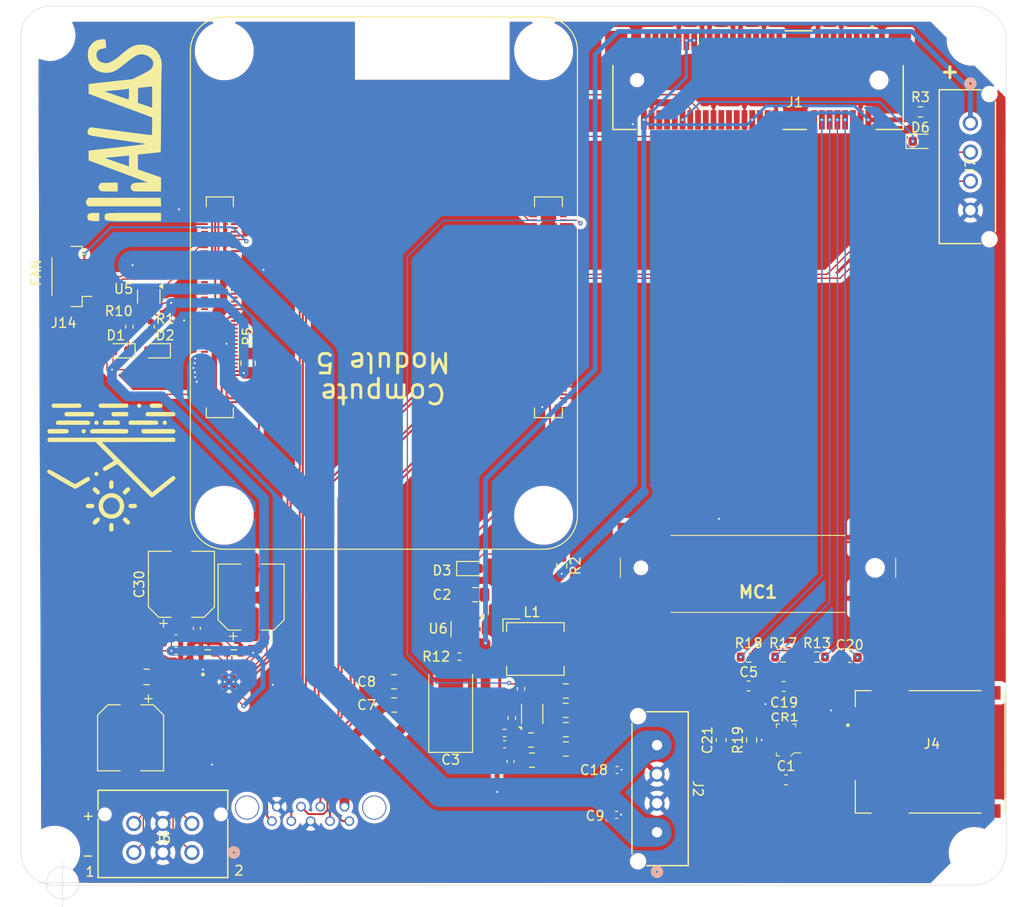
<source format=kicad_pcb>
(kicad_pcb (version 20241229) (generator "pcbnew") (generator_version "9.0")
  (layers (0 "F.Cu" signal) (4 "In1.Cu" power) (6 "In2.Cu" power) (2 "B.Cu" signal) (13 "F.Paste" user) (15 "B.Paste" user) (5 "F.SilkS" user "F.Silkscreen") (7 "B.SilkS" user "B.Silkscreen") (1 "F.Mask" user) (3 "B.Mask" user) (25 "Edge.Cuts" user))
  (net 0 "")
  (net 1 "GND")
  (net 2 "/PCIe-M2/SIM_VDD")
  (net 3 "/CM5_HighSpeed/USBOTG_ID")
  (net 4 "/CM5_HighSpeed/VBUS")
  (net 5 "/CM5_HighSpeed/+5v")
  (net 6 "/PCIe-M2/M2_3v3")
  (net 7 "/PCIe-M2/FB")
  (net 8 "Net-(CR1-I{slash}O1)")
  (net 9 "Net-(D1-K)")
  (net 10 "Net-(D2-K)")
  (net 11 "Net-(CR1-I{slash}O2)")
  (net 13 "/CM5_HighSpeed/PCIE_nRST")
  (net 14 "/CM5_HighSpeed/PCIE_nWAKE")
  (net 15 "Net-(R10-Pad2)")
  (net 16 "/+3.3v")
  (net 17 "/CM5_GPIO ( Ethernet, GPIO, SDCARD)/+1.8v")
  (net 18 "/CM5_GPIO ( Ethernet, GPIO, SDCARD)/SD_PWR_ON")
  (net 21 "Net-(CR1-I{slash}O3)")
  (net 23 "Net-(D3-A)")
  (net 24 "Net-(D6-A)")
  (net 25 "/PCIe-M2/LED_WWAN")
  (net 28 "/CM5_GPIO ( Ethernet, GPIO, SDCARD)/ETH_LEDG")
  (net 29 "/CM5_GPIO ( Ethernet, GPIO, SDCARD)/ETH_LEDY")
  (net 30 "/+5v")
  (net 31 "/CM5_GPIO ( Ethernet, GPIO, SDCARD)/TRD0_P")
  (net 32 "/PCIe-M2/W_DISABLE")
  (net 33 "/CM5_GPIO ( Ethernet, GPIO, SDCARD)/TRD2_P")
  (net 34 "/CM5_GPIO ( Ethernet, GPIO, SDCARD)/TRD0_N")
  (net 35 "/CM5_GPIO ( Ethernet, GPIO, SDCARD)/TRD2_N")
  (net 36 "/CM5_GPIO ( Ethernet, GPIO, SDCARD)/TRD1_N")
  (net 37 "/CM5_GPIO ( Ethernet, GPIO, SDCARD)/TRD3_N")
  (net 38 "/CM5_GPIO ( Ethernet, GPIO, SDCARD)/TRD1_P")
  (net 39 "/CM5_GPIO ( Ethernet, GPIO, SDCARD)/TRD3_P")
  (net 40 "/PCIe-M2/SIM_DATA")
  (net 55 "/PCIe-M2/SIM_CLK")
  (net 56 "/PCIe-M2/SIM_RST")
  (net 59 "/CM5_HighSpeed/USB3-1-TX_P")
  (net 60 "/CM5_HighSpeed/USB3-1-TX_N")
  (net 61 "/CM5_HighSpeed/USB3-1-RX_P")
  (net 62 "/CM5_GPIO ( Ethernet, GPIO, SDCARD)/DREG")
  (net 63 "/CM5_GPIO ( Ethernet, GPIO, SDCARD)/AREG")
  (net 64 "Net-(J6-Pin_3)")
  (net 65 "/CM5_HighSpeed/USB3-1-RX_N")
  (net 67 "/CC2")
  (net 71 "/CC1")
  (net 72 "/CM5_GPIO ( Ethernet, GPIO, SDCARD)/ID_SC")
  (net 73 "/CM5_HighSpeed/HDMI1_D2_P")
  (net 74 "/CM5_GPIO ( Ethernet, GPIO, SDCARD)/ID_SD")
  (net 75 "/CM5_HighSpeed/HDMI1_D2_N")
  (net 76 "/CM5_GPIO ( Ethernet, GPIO, SDCARD)/SCL0")
  (net 91 "/CM5_GPIO ( Ethernet, GPIO, SDCARD)/GPIO27")
  (net 92 "/CM5_GPIO ( Ethernet, GPIO, SDCARD)/GPIO22")
  (net 93 "/CM5_GPIO ( Ethernet, GPIO, SDCARD)/GPIO21")
  (net 94 "/CM5_GPIO ( Ethernet, GPIO, SDCARD)/GPIO20")
  (net 95 "/CM5_GPIO ( Ethernet, GPIO, SDCARD)/GPIO26")
  (net 96 "/CM5_GPIO ( Ethernet, GPIO, SDCARD)/GPIO16")
  (net 97 "/CM5_GPIO ( Ethernet, GPIO, SDCARD)/GPIO13")
  (net 98 "/CM5_GPIO ( Ethernet, GPIO, SDCARD)/GPIO12")
  (net 99 "/CM5_GPIO ( Ethernet, GPIO, SDCARD)/GPIO6")
  (net 100 "/CM5_GPIO ( Ethernet, GPIO, SDCARD)/GPIO5")
  (net 101 "/CM5_GPIO ( Ethernet, GPIO, SDCARD)/GPIO7")
  (net 102 "/CM5_GPIO ( Ethernet, GPIO, SDCARD)/GPIO8")
  (net 103 "/CM5_GPIO ( Ethernet, GPIO, SDCARD)/GPIO11")
  (net 104 "/CM5_GPIO ( Ethernet, GPIO, SDCARD)/GPIO25")
  (net 105 "/CM5_GPIO ( Ethernet, GPIO, SDCARD)/GPIO19")
  (net 106 "/CM5_GPIO ( Ethernet, GPIO, SDCARD)/GPIO9")
  (net 107 "/CM5_GPIO ( Ethernet, GPIO, SDCARD)/GPIO10")
  (net 108 "/CM5_GPIO ( Ethernet, GPIO, SDCARD)/GPIO24")
  (net 109 "/CM5_GPIO ( Ethernet, GPIO, SDCARD)/GPIO23")
  (net 110 "/CM5_GPIO ( Ethernet, GPIO, SDCARD)/GPIO18")
  (net 111 "/CM5_GPIO ( Ethernet, GPIO, SDCARD)/GPIO17")
  (net 112 "/CM5_GPIO ( Ethernet, GPIO, SDCARD)/GPIO15")
  (net 113 "/CM5_GPIO ( Ethernet, GPIO, SDCARD)/GPIO14")
  (net 114 "/CM5_GPIO ( Ethernet, GPIO, SDCARD)/GPIO4")
  (net 115 "/CM5_GPIO ( Ethernet, GPIO, SDCARD)/GPIO3")
  (net 116 "/CM5_GPIO ( Ethernet, GPIO, SDCARD)/GPIO2")
  (net 117 "/CM5_GPIO ( Ethernet, GPIO, SDCARD)/SD_DAT2")
  (net 118 "/CM5_GPIO ( Ethernet, GPIO, SDCARD)/SD_DAT3")
  (net 119 "/CM5_GPIO ( Ethernet, GPIO, SDCARD)/SD_CMD")
  (net 120 "/CM5_GPIO ( Ethernet, GPIO, SDCARD)/SD_CLK")
  (net 121 "/CM5_GPIO ( Ethernet, GPIO, SDCARD)/SD_DAT0")
  (net 122 "/CM5_GPIO ( Ethernet, GPIO, SDCARD)/SD_DAT1")
  (net 127 "/CM5_GPIO ( Ethernet, GPIO, SDCARD)/SDA0")
  (net 129 "/CM5_GPIO ( Ethernet, GPIO, SDCARD)/CAM_GPIO1")
  (net 130 "/CM5_GPIO ( Ethernet, GPIO, SDCARD)/CAM_GPIO0")
  (net 133 "/CM5_HighSpeed/USB3-0-D_N")
  (net 134 "/CM5_HighSpeed/USB3-0-D_P")
  (net 135 "/CM5_HighSpeed/USB3-0-RX_N")
  (net 136 "/CM5_HighSpeed/USB3-0-RX_P")
  (net 137 "/CM5_HighSpeed/USB3-0-TX_N")
  (net 138 "/CM5_HighSpeed/USB3-0-TX_P")
  (net 139 "/CM5_HighSpeed/USB3-1-D_N")
  (net 140 "/CM5_HighSpeed/USB3-1-D_P")
  (net 142 "/CM5_HighSpeed/USB2_N")
  (net 143 "/CM5_HighSpeed/USB2_P")
  (net 145 "/CM5_GPIO ( Ethernet, GPIO, SDCARD)/TACHO")
  (net 146 "/CM5_GPIO ( Ethernet, GPIO, SDCARD)/PWM")
  (net 150 "/CM5_HighSpeed/PCIE_CLK_P")
  (net 151 "/CM5_HighSpeed/PCIE_CLK_N")
  (net 152 "/CM5_HighSpeed/PCIE_nCLKREQ")
  (net 153 "/CM5_HighSpeed/PCIE_TX_P")
  (net 154 "/PCIe-M2/PERST")
  (net 155 "/CM5_HighSpeed/PCIE_TX_N")
  (net 158 "/CM5_HighSpeed/PCIE_RX_P")
  (net 160 "/CM5_HighSpeed/PCIE_RX_N")
  (net 163 "Net-(J6-Pin_6)")
  (net 164 "Net-(J6-Pin_1)")
  (net 167 "Net-(U8-LX)")
  (net 178 "Net-(Module1A-LED_nACT)")
  (net 179 "Net-(U2-VREF)")
  (net 180 "Net-(U2-MICBIAS_GPI2)")
  (net 182 "/CM5_GPIO ( Ethernet, GPIO, SDCARD)/BT_nDis")
  (net 183 "/CM5_GPIO ( Ethernet, GPIO, SDCARD)/WL_nDis")
  (net 184 "/CM5_GPIO ( Ethernet, GPIO, SDCARD)/PWR_BUT")
  (net 185 "/CM5_GPIO ( Ethernet, GPIO, SDCARD)/GPIO_VREF")
  (net 186 "/CM5_GPIO ( Ethernet, GPIO, SDCARD)/PMIC_ENABLE")
  (net 187 "/CM5_GPIO ( Ethernet, GPIO, SDCARD)/nPWR_LED")
  (net 188 "/CM5_HighSpeed/PCIE_PWR_EN")
  (net 189 "/CM5_GPIO ( Ethernet, GPIO, SDCARD)/SYNC_OUT")
  (net 190 "/CM5_GPIO ( Ethernet, GPIO, SDCARD)/EEPROM_nWP")
  (net 191 "/CM5_HighSpeed/VBUS_EN")
  (net 192 "Net-(U6-ILIM)")
  (net 197 "Net-(J6-Pin_4)")
  (net 198 "/CM5_GPIO ( Ethernet, GPIO, SDCARD)/nRPIBOOT")
  (net 199 "/CM5_GPIO ( Ethernet, GPIO, SDCARD)/VBAT")
  (net 202 "/PCIe-M2/DTR")
  (net 203 "/PCIe-M2/RI")
  (footprint "Resistor_SMD:R_0402_1005Metric" (layer "F.Cu") (at 152.7 102 90)
    (property "Reference" "R10")
    (property "Value" "1k")
  )
  (footprint "LED_SMD:LED_0603_1608Metric" (layer "F.Cu") (at 155.45 104.5 180)
    (property "Reference" "D2")
    (property "Value" "LED Green")
  )
  (footprint "LED_SMD:LED_0603_1608Metric" (layer "F.Cu") (at 151.8 104.5 180)
    (property "Reference" "D1")
    (property "Value" "LED Red")
  )
  (footprint "Resistor_SMD:R_0402_1005Metric" (layer "F.Cu") (at 154.9 102 90)
    (property "Reference" "R1")
    (property "Value" "1k")
  )
  (footprint "Package_TO_SOT_SMD:SOT-353_SC-70-5" (layer "F.Cu") (at 154.7 98.9 -90)
    (property "Reference" "U5")
    (property "Value" "74LVC1G07SE-7")
  )
  (footprint "CM5IO:MountingHole_2.7mm_M2.5_DIN965" (layer "F.Cu") (at 144.974874 156.225126)
    (property "Reference" "H2" (hide yes))
    (property "Value" "MountingHole")
  )
  (footprint "CM5IO:MountingHole_2.7mm_M2.5_DIN965" (layer "F.Cu") (at 144.47654 71.9017)
    (property "Reference" "H3" (hide yes))
    (property "Value" "MountingHole")
  )
  (footprint "CM5IO:MountingHole_2.7mm_M2.5_DIN965" (layer "F.Cu") (at 239.8 72.4)
    (property "Reference" "H6" (hide yes))
    (property "Value" "MountingHole")
  )
  (footprint "CM5IO:MountingHole_2.7mm_M2.5_DIN965" (layer "F.Cu") (at 240.01 156.36)
    (property "Reference" "H8" (hide yes))
    (property "Value" "MountingHole")
  )
  (footprint "Resistor_SMD:R_0805_2012Metric_Pad1.20x1.40mm_HandSolder" (layer "F.Cu") (at 164.97 105.78 90)
    (property "Reference" "R5")
    (property "Value" "0R")
  )
  (footprint "Package_DFN_QFN:DFN-8-1EP_2x2mm_P0.5mm_EP1.05x1.75mm" (layer "F.Cu") (at 194.320348 142.02196 90)
    (property "Reference" "U8" (hide yes))
    (property "Value" "AP3441SHE-7B")
  )
  (footprint "Capacitor_SMD:C_0805_2012Metric" (layer "F.Cu") (at 194.3 146.8)
    (property "Reference" "C6" (hide yes))
    (property "Value" "10u")
  )
  (footprint "Capacitor_SMD:C_0805_2012Metric" (layer "F.Cu") (at 197.798474 143.650437 180)
    (property "Reference" "C16" (hide yes))
    (property "Value" "10u")
  )
  (footprint "Capacitor_SMD:CP_Elec_6.3x5.9" (layer "F.Cu") (at 158.075 128.625 90)
    (property "Reference" "C30")
    (property "Value" "10uF" (hide yes))
  )
  (footprint "Connector_Molex:CONN_SD-43650-006_04_MOL 1x4" (layer "F.Cu") (at 207.54 149.75 -90)
    (property "Reference" "J2")
    (property "Value" "1x4")
  )
  (footprint "digikey-footprints:0603" (layer "F.Cu") (at 163.5 135.7)
    (property "Reference" "C13" (hide yes))
    (property "Value" "1uF")
  )
  (footprint "Capacitor_SMD:C_0402_1005Metric" (layer "F.Cu") (at 192.09 146.94 -90)
    (property "Reference" "C10" (hide yes))
    (property "Value" "100n")
  )
  (footprint "Capacitor_SMD:C_0402_1005Metric" (layer "F.Cu") (at 191.475254 145.159888)
    (property "Reference" "C11" (hide yes))
    (property "Value" "4.7nF")
  )
  (footprint "Capacitor_SMD:C_0805_2012Metric" (layer "F.Cu") (at 180.05 138.7)
    (property "Reference" "C8")
    (property "Value" "10u")
  )
  (footprint "Capacitor_SMD:C_0603_1608Metric" (layer "F.Cu") (at 227.1596 136.1896 180)
    (property "Reference" "C20")
    (property "Value" "33pF")
  )
  (footprint "0679105700:MOLEX_67910-5700" (layer "F.Cu") (at 217.66 76.53 180)
    (property "Reference" "J1")
    (property "Value" "67910-5700")
  )
  (footprint "Resistor_SMD:R_0603_1608Metric" (layer "F.Cu") (at 216.9996 144.724 90)
    (property "Reference" "R19")
    (property "Value" "15K")
  )
  (footprint "Connector_JST:JST_SH_BM04B-SRSS-TB_1x04-1MP_P1.00mm_Vertical" (layer "F.Cu") (at 146.705 96.82 90)
    (property "Reference" "J14")
    (property "Value" "JST_SHBM04B-SRSS-TB")
  )
  (footprint "Capacitor_SMD:C_0402_1005Metric" (layer "F.Cu") (at 159.675 133.18 90)
    (property "Reference" "C31" (hide yes))
    (property "Value" "100n")
  )
  (footprint "Capacitor_SMD:C_0805_2012Metric" (layer "F.Cu") (at 188.4375 129.7 180)
    (property "Reference" "C2")
    (property "Value" "10u" (hide yes))
  )
  (footprint "Capacitor_Tantalum_SMD:CP_EIA-7343-31_Kemet-D" (layer "F.Cu") (at 185.9 141.5875 90)
    (property "Reference" "C3")
    (property "Value" "100uF" (hide yes))
  )
  (footprint "Capacitor_SMD:C_0805_2012Metric" (layer "F.Cu") (at 197.785974 141.650437 180)
    (property "Reference" "C17" (hide yes))
    (property "Value" "10u")
  )
  (footprint "Connector_Molex:CONN_SD-43650-006_04_MOL 1x4" (layer "F.Cu") (at 239.29 85.47 90)
    (property "Reference" "J7")
    (property "Value" "Conn_01x04")
  )
  (footprint "Resistor_SMD:R_0603_1608Metric" (layer "F.Cu") (at 223.756 136.1388)
    (property "Reference" "R13")
    (property "Value" "22R")
  )
  (footprint "Capacitor_SMD:C_0402_1005Metric" (layer "F.Cu") (at 157.52 134.2)
    (property "Reference" "C26" (hide yes))
    (property "Value" "100n" (hide yes))
  )
  (footprint "Resistor_SMD:R_0603_1608Metric" (layer "F.Cu") (at 220.2508 136.1388)
    (property "Reference" "R17")
    (property "Value" "22R")
  )
  (footprint "Package_TO_SOT_SMD:SOT-23-6" (layer "F.Cu") (at 187.5 133.2625 -90)
    (property "Reference" "U6")
    (property "Value" "AP22653W6" (hide yes))
  )
  (footprint "CM5IO:L_Bourns_SRP5030CC" (layer "F.Cu") (at 194.65 135.31)
    (property "Reference" "L1")
    (property "Value" "2.2uH")
  )
  (footprint "TLV320ADC6120IRTER:IC_TLV320ADC6120IRTER" (layer "F.Cu") (at 163 138.7)
    (property "Reference" "U2" (hide yes))
    (property "Value" "TLV320ADC6120IRTER")
  )
  (footprint "Capacitor_SMD:C_0402_1005Metric" (layer "F.Cu") (at 203.09 147.82 180)
    (property "Reference" "C18")
    (property "Value" "100n")
  )
  (footprint "LED_SMD:LED_0603_1608Metric" (layer "F.Cu") (at 188 127)
    (property "Reference" "D3")
    (property "Value" "LED Red" (hide yes))
  )
  (footprint "Resistor_SMD:R_0603_1608Metric" (layer "F.Cu") (at 197.37 126.72 -90)
    (property "Reference" "R2")
    (property "Value" "330")
  )
  (footprint "Capacitor_SMD:C_0402_1005Metric" (layer "F.Cu") (at 157.52 135.5)
    (property "Reference" "C25" (hide yes))
    (property "Value" "100n" (hide yes))
  )
  (footprint "Capacitor_SMD:C_0603_1608Metric" (layer "F.Cu") (at 220.5556 148.8388)
    (property "Reference" "C1")
    (property "Value" "0.1uF")
  )
  (footprint "Resistor_SMD:R_0402_1005Metric" (layer "F.Cu") (at 192.220348 142.43696 90)
    (property "Reference" "R16" (hide yes))
    (property "Value" "2.2K 1%")
  )
  (footprint "Capacitor_SMD:C_0603_1608Metric" (layer "F.Cu") (at 220.3016 139.1868)
    (property "Reference" "C19")
    (property "Value" "33pF")
  )
  (footprint "Capacitor_SMD:C_0805_2012Metric" (layer "F.Cu") (at 180.0625 141.1)
    (property "Reference" "C7")
    (property "Value" "10u")
  )
  (footprint "digikey-footprints:SOT23-6L" (layer "F.Cu") (at 220.5556 144.724 90)
    (property "Reference" "CR1")
    (property "Value" "DALC208SC6")
  )
  (footprint "Resistor_SMD:R_0402_1005Metric" (layer "F.Cu") (at 191.475254 143.999888)
    (property "Reference" "R15" (hide yes))
    (property "Value" "10K 1%")
  )
  (footprint "Logo Footprints:Ridgeline" (layer "F.Cu") (at 150.825 116.55 180)
    (property "Reference" "G***" (hide yes))
    (property "Value" "LOGO" (hide yes))
  )
  (footprint "Resistor_SMD:R_0402_1005Metric" (layer "F.Cu") (at 186.8 136.1 180)
    (property "Reference" "R12")
    (property "Value" "15K 1%" (hide yes))
  )
  (footprint "Connector_Molex:CONN_SD-43045-005_06_MOL 2x3" (layer "F.Cu") (at 159.160001 156.34)
    (property "Reference" "J6")
    (property "Value" "Conn_02x03_Counter_Clockwise")
  )
  (footprint "Resistor_SMD:R_0603_1608Metric" (layer "F.Cu") (at 234.442807 79.812722 180)
    (property "Reference" "R3")
    (property "Value" "330")
  )
  (footprint "Capacitor_SMD:C_0805_2012Metric" (layer "F.Cu") (at 197.798474 145.650437 180)
    (property "Reference" "C15" (hide yes))
    (property "Value" "10u")
  )
  (footprint "digikey-footprints:0805" (layer "F.Cu") (at 154.5 138.2)
    (property "Reference" "C24" (hide yes))
    (property "Value" "1uF")
  )
  (footprint "Capacitor_SMD:C_0805_2012Metric" (layer "F.Cu") (at 197.798474 139.650437 180)
    (property "Reference" "C14" (hide yes))
    (property "Value" "10u")
  )
  (footprint "Capacitor_SMD:C_0402_1005Metric" (layer "F.Cu") (at 203.04 152.45 180)
    (property "Reference" "C9")
    (property "Value" "100n")
  )
  (footprint "Resistor_SMD:R_0603_1608Metric" (layer "F.Cu") (at 216.6948 136.1388)
    (property "Reference" "R18")
    (property "Value" "22R")
  )
  (footprint "Capacitor_SMD:CP_Elec_6.3x5.9" (layer "F.Cu") (at 165.275 129.95 90)
    (property "Reference" "C28" (hide yes))
    (property "Value" "10uF" (hide yes))
  )
  (footprint "Resistor_SMD:R_0402_1005Metric" (layer "F.Cu") (at 193.17 139.43 -90)
    (property "Reference" "R14" (hide yes))
    (property "Value" "100K 1%")
  )
  (footprint "Capacitor_SMD:CP_Elec_6.3x5.9" (layer "F.Cu") (at 152.82 144.49 -90)
    (property "Reference" "C27" (hide yes))
    (property "Value" "10uF" (hide yes))
  )
  (footprint "Capacitor_SMD:C_0603_1608Metric" (layer "F.Cu") (at 213.85 144.724 -90)
    (property "Reference" "C21")
    (property "Value" "33pF")
  )
  (footprint "KiCad:480994000" (layer "F.Cu") (at 217.66 126.93 180)
    (property "Reference" "MC1")
    (property "Value" "~" (hide yes))
  )
  (footprint "Capacitor_SMD:C_0402_1005Metric" (layer "F.Cu") (at 167.38 134.1)
    (property "Reference" "C29" (hide yes))
    (property "Value" "100n")
  )
  (footprint "CM5IO:Raspberry-Pi-5-Compute-Module" (layer "F.Cu") (at 162.5 121.5)
    (property "Reference" "Module1" (hide yes))
    (property "Value" "ComputeModule5-CM5")
  )
  (footprint "Connector_USB:C168717" (layer "F.Cu") (at 171.43 151.7 180)
    (property "Reference" "J5" (hide yes))
    (property "Value" "USB3_A" (hide yes))
  )
  (footprint "0786463001:MOLEX_0786463001" (layer "F.Cu") (at 235.44 145.9432)
    (property "Reference" "J4")
    (property "Value" "0786463001")
  )
  (footprint "Capacitor_SMD:C_0805_2012Metric" (layer "F.Cu") (at 194.21 144.72)
    (property "Reference" "C4" (hide yes))
    (property "Value" "10u")
  )
  (footprint "digikey-footprints:0603" (layer "F.Cu") (at 160.8 135.7 180)
    (property "Reference" "C12" (hide yes))
    (property "Value" "1uF" (hide yes))
  )
  (footprint "Capacitor_SMD:C_0603_1608Metric" (layer "F.Cu") (at 216.6948 139.136)
    (property "Reference" "C5")
    (property "Value" "33pF")
  )
  (footprint "LED_SMD:LED_0603_1608Metric" (layer "F.Cu") (at 234.435307 82.852722)
    (property "Reference" "D6")
    (property "Value" "LED Red")
  )
  (footprint "Logo Footprints:Alas" (layer "F.Cu") (at 152.19652 81.624094 90)
    (property "Reference" "G***" (hide yes))
    (property "Value" "LOGO" (hide yes))
  )
  (gr_line (start 243.325126 156.225126) (end 243.3 72.4) (stroke (width 0.05)) (layer "Edge.Cuts"))
  (gr_line (start 239.8 68.900075) (end 144.47654 68.900075) (stroke (width 0.05)) (layer "Edge.Cuts"))
  (gr_line (start 141.474874 156.225126) (end 141.474874 71.9017) (stroke (width 0.05)) (layer "Edge.Cuts"))
  (gr_line (start 144.974874 159.725126) (end 239.825126 159.725126) (stroke (width 0.05)) (layer "Edge.Cuts"))
  (gr_arc (start 141.474874 71.9017) (mid 142.354042 69.779202) (end 144.47654 68.900034) (stroke (width 0.05)) (layer "Edge.Cuts"))
  (gr_arc (start 144.974874 159.725126) (mid 142.5 158.7) (end 141.474874 156.225126) (stroke (width 0.05)) (layer "Edge.Cuts"))
  (gr_arc (start 239.8 68.9) (mid 242.274874 69.925126) (end 243.3 72.4) (stroke (width 0.05)) (layer "Edge.Cuts"))
  (gr_arc (start 243.325126 156.225126) (mid 242.3 158.7) (end 239.825126 159.725126) (stroke (width 0.05)) (layer "Edge.Cuts"))
  (gr_text "+" (at 147.73 153.11 0) (layer "F.SilkS") (effects (font (size 1 1)) (justify left bottom)))
  (gr_text "FAN" (at 143.06 96.45 90) (layer "F.SilkS") (effects (font (size 1 1))))
  (gr_text "2" (at 163.45 158.8 0) (layer "F.SilkS") (effects (font (size 1 1)) (justify left bottom)))
  (gr_text "+" (at 236.36 76.48 0) (layer "F.SilkS") (effects (font (size 1.5 1.5) (thickness 0.3) (bold yes)) (justify left bottom)))
  (gr_text "-" (at 147.69 157.22 0) (layer "F.SilkS") (effects (font (size 1 1)) (justify left bottom)))
  (gr_text "1" (at 148.06 158.92 0) (layer "F.SilkS") (effects (font (size 1 1)) (justify left bottom)))
  (gr_text "Compute\nModule 5" (at 178.9 107.3 180) (layer "F.SilkS") (effects (font (size 2 2) (thickness 0.3))))
  (target plus (at 145.800087 159.479964) (size 5) (width 0.05) (layer "Edge.Cuts"))
  (segment (start 164.25 140.1) (end 164.85 140.7) (width 0.13) (layer "F.Cu") (net 1))
  (segment (start 198.54 96.2) (end 198.7 96.04) (width 0.2) (layer "F.Cu") (net 1))
  (segment (start 161.75 140.1) (end 161.05 140.8) (width 0.13) (layer "F.Cu") (net 1))
  (segment (start 160.46 104.2) (end 159.45 104.2) (width 0.2) (layer "F.Cu") (net 1))
  (segment (start 210.66 79.5) (end 210.08 78.92) (width 0.13) (layer "F.Cu") (net 1))
  (segment (start 163.02 103) (end 162.74 103.28) (width 0.2) (layer "F.Cu") (net 1))
  (segment (start 193.49 93.8) (end 193.48 93.81) (width 0.2) (layer "F.Cu") (net 1))
  (segment (start 164.85 140.7) (end 165.3 140.7) (width 0.13) (layer "F.Cu") (net 1))
  (segment (start 194.46 107) (end 193.5 107) (width 0.13) (layer "F.Cu") (net 1))
  (segment (start 160.46 90.2) (end 160.46 89.9) (width 0.2) (layer "F.Cu") (net 1))
  (segment (start 194.46 105.8) (end 193.47 105.8) (width 0.13) (layer "F.Cu") (net 1))
  (segment (start 197.54 101) (end 198.32 101) (width 0.2) (layer "F.Cu") (net 1))
  (segment (start 198.35 92.6) (end 198.36 92.61) (width 0.2) (layer "F.Cu") (net 1))
  (segment (start 195.070348 144.630348) (end 195.16 144.72) (width 0.13) (layer "F.Cu") (net 1))
  (segment (start 193.51 109.4) (end 193.5 109.39) (width 0.13) (layer "F.Cu") (net 1))
  (segment (start 194.46 91.4) (end 193.49 91.4) (width 0.2) (layer "F.Cu") (net 1))
  (segment (start 197.54 97.4) (end 198.28 97.4) (width 0.2) (layer "F.Cu") (net 1))
  (segment (start 163.54 98.2) (end 164.55 98.2) (width 0.2) (layer "F.Cu") (net 1))
  (segment (start 160.4 137.3) (end 160.25 137.45) (width 0.13) (layer "F.Cu") (net 1))
  (segment (start 194.46 95) (end 195.44 95) (width 0.2) (layer "F.Cu") (net 1))
  (segment (start 229.41 123.08) (end 228.24 124.25) (width 0.23) (layer "F.Cu") (net 1))
  (segment (start 162.99 101.8) (end 162.74 102.05) (width 0.2) (layer "F.Cu") (net 1))
  (segment (start 160.46 103) (end 159.52 103) (width 0.2) (layer "F.Cu") (net 1))
  (segment (start 165.916 135.872313) (end 165.916 135.527687) (width 0.13) (layer "F.Cu") (net 1))
  (segment (start 163.54 103) (end 163.02 103) (width 0.2) (layer "F.Cu") (net 1))
  (segment (start 197.54 102.2) (end 198.42 102.2) (width 0.13) (layer "F.Cu") (net 1))
  (segment (start 197.54 99.8) (end 198.42 99.8) (width 0.2) (layer "F.Cu") (net 1))
  (segment (start 159.51 96.6) (end 159.5 96.61) (width 0.2) (layer "F.Cu") (net 1))
  (segment (start 162.74 109.15) (end 162.74 104.302) (width 0.2) (layer "F.Cu") (net 1))
  (segment (start 163.038 104.6) (end 163.54 104.6) (width 0.2) (layer "F.Cu") (net 1))
  (segment (start 193.44 108.2) (end 193.43 108.19) (width 0.13) (layer "F.Cu") (net 1))
  (segment (start 193.3 91.4) (end 193.29 91.39) (width 0.2) (layer "F.Cu") (net 1))
  (segment (start 163.54 109.4) (end 162.99 109.4) (width 0.2) (layer "F.Cu") (net 1))
  (segment (start 160.46 96.6) (end 159.51 96.6) (width 0.2) (layer "F.Cu") (net 1))
  (segment (start 164.25 137.3) (end 164.488313 137.3) (width 0.13) (layer "F.Cu") (net 1))
  (segment (start 160.46 98.6) (end 159.53 98.6) (width 0.2) (layer "F.Cu") (net 1))
  (segment (start 193.5 107) (end 193.49 106.99) (width 0.13) (layer "F.Cu") (net 1))
  (segment (start 198.45 103.4) (end 198.46 103.41) (width 0.13) (layer "F.Cu") (net 1))
  (segment (start 163.54 101.8) (end 162.99 101.8) (width 0.2) (layer "F.Cu") (net 1))
  (segment (start 194.46 109.4) (end 193.51 109.4) (width 0.13) (layer "F.Cu") (net 1))
  (segment (start 198.52 108.2) (end 198.64 108.08) (width 0.13) (layer "F.Cu") (net 1))
  (segment (start 160.46 91.4) (end 159.59 91.4) (width 0.2) (layer "F.Cu") (net 1))
  (segment (start 162.74 104.302) (end 163.038 104.6) (width 0.2) (layer "F.Cu") (net 1))
  (segment (start 198.59 107) (end 198.6 107.01) (width 0.13) (layer "F.Cu") (net 1))
  (segment (start 197.54 95) (end 198.43 95) (width 0.2) (layer "F.Cu") (net 1))
  (segment (start 210.66 80.63) (end 210.66 79.5) (width 0.13) (layer "F.Cu") (net 1))
  (segment (start 163.54 100.2) (end 164.5 100.2) (width 0.2) (layer "F.Cu") (net 1))
  (segment (start 163.54 94.2) (end 164.65 94.2) (width 0.2) (layer "F.Cu") (net 1))
  (segment (start 162.74 103.28) (end 162.74 103.77) (width 0.2) (layer "F.Cu") (net 1))
  (segment (start 165.672313 135.284) (end 164.616 135.284) (width 0.13) (layer "F.Cu") (net 1))
  (segment (start 159.54 95.071) (end 159.54 95.69) (width 0.147) (layer "F.Cu") (net 1))
  (segment (start 164.488313 137.3) (end 165.916 135.872313) (width 0.13) (layer "F.Cu") (net 1))
  (segment (start 229.41 121.85) (end 229.41 123.08) (width 0.23) (layer "F.Cu") (net 1))
  (segment (start 198.42 99.8) (end 198.43 99.81) (width 0.2) (layer "F.Cu") (net 1))
  (segment (start 163.54 91.4) (end 164.68 91.4) (width 0.2) (layer "F.Cu") (net 1))
  (segment (start 165.916 135.527687) (end 165.672313 135.284) (width 0.13) (layer "F.Cu") (net 1))
  (segment (start 160.011 94.6) (end 159.54 95.071) (width 0.147) (layer "F.Cu") (net 1))
  (segment (start 194.822348 142.02196) (end 195.070348 142.26996) (width 0.23) (layer "F.Cu") (net 1))
  (segment (start 194.46 97.4) (end 195.22 97.4) (width 0.2) (layer "F.Cu") (net 1))
  (segment (start 197.54 91.4) (end 198.46 91.4) (width 0.2) (layer "F.Cu") (net 1))
  (segment (start 163.54 96.2) (end 164.56 96.2) (width 0.2) (layer "F.Cu") (net 1))
  (segment (start 195.44 102.2) (end 195.45 102.19) (width 0.13) (layer "F.Cu") (net 1))
  (segment (start 160.275 137.45) (end 160.3 137.425) (width 0.13) (layer "F.Cu") (net 1))
  (segment (start 198.28 97.4) (end 198.56 97.68) (width 0.2) (layer "F.Cu") (net 1))
  (segment (start 193.45 97.4) (end 193.42 97.37) (width 0.2) (layer "F.Cu") (net 1))
  (segment (start 160.25 137.45) (end 160.275 137.45) (width 0.13) (layer "F.Cu") (net 1))
  (segment (start 162.74 102.05) (end 162.74 103.77) (width 0.2) (layer "F.Cu") (net 1))
  (segment (start 194.46 108.2) (end 193.44 108.2) (width 0.13) (layer "F.Cu") (net 1))
  (segment (start 160.46 92.6) (end 159.53 92.6) (width 0.2) (layer "F.Cu") (net 1))
  (segment (start 161.75 137.3) (end 160.4 137.3) (width 0.13) (layer "F.Cu") (net 1))
  (segment (start 197.54 104.6) (end 198.48 104.6) (width 0.13) (layer "F.Cu") (net 1))
  (segment (start 197.54 109.4) (end 198.55 109.4) (width 0.13) (layer "F.Cu") (net 1))
  (segment (start 160.46 100.6) (end 159.45 100.6) (width 0.13) (layer "F.Cu") (net 1))
  (segment (start 194.46 103.4) (end 195.38 103.4) (width 0.13) (layer "F.Cu") (net 1))
  (segment (start 197.54 107) (end 198.59 107) (width 0.13) (layer "F.Cu") (net 1))
  (segment (start 162.74 103.77) (end 162.74 104.302) (width 0.2) (layer "F.Cu") (net 1))
  (segment (start 198.5 105.8) (end 198.53 105.83) (width 0.13) (layer "F.Cu") (net 1))
  (segment (start 194.46 93.8) (end 193.49 93.8) (width 0.2) (layer "F.Cu") (net 1))
  (segment (start 197.54 98.6) (end 198.25 98.6) (width 0.2) (layer "F.Cu") (net 1))
  (segment (start 198.42 102.2) (end 198.44 102.22) (width 0.13) (layer "F.Cu") (net 1))
  (segment (start 160.46 101.8) (end 159.57 101.8) (width 0.2) (layer "F.Cu") (net 1))
  (segment (start 163.54 92.6) (end 164.81 92.6) (width 0.2) (layer "F.Cu") (net 1))
  (segment (start 164.616 135.284) (end 164.2 135.7) (width 0.13) (layer "F.Cu") (net 1))
  (segment (start 194.46 97.4) (end 193.45 97.4) (width 0.2) (layer "F.Cu") (net 1))
  (segment (start 160.46 94.6) (end 160.011 94.6) (width 0.147) (layer "F.Cu") (net 1))
  (segment (start 197.54 93.8) (end 198.52 93.8) (width 0.2) (layer "F.Cu") (net 1))
  (segment (start 194.46 101) (end 195.34 101) (width 0.2) (layer "F.Cu") (net 1))
  (segment (start 194.320348 142.02196) (end 194.822348 142.02196) (width 0.23) (layer "F.Cu") (net 1))
  (segment (start 159.52 103) (end 159.5 102.98) (width 0.2) (layer "F.Cu") (net 1))
  (segment (start 194.46 92.6) (end 193.4 92.6) (width 0.2) (layer "F.Cu") (net 1))
  (segment (start 162.99 109.4) (end 162.74 109.15) (width 0.2) (layer "F.Cu") (net 1))
  (segment (start 194.46 104.6) (end 195.35 104.6) (width 0.13) (layer "F.Cu") (net 1))
  (segment (start 195.070348 142.26996) (end 195.070348 142.92196) (width 0.23) (layer "F.Cu") (net 1))
  (segment (start 163.54 90.2) (end 163.54 89.64) (width 0.2) (layer "F.Cu") (net 1))
  (segment (start 194.46 102.2) (end 195.44 102.2) (width 0.13) (layer "F.Cu") (net 1))
  (segment (start 197.54 96.2) (end 198.54 96.2) (width 0.2) (layer "F.Cu") (net 1))
  (segment (start 194.46 93.8) (end 195.39 93.8) (width 0.2) (layer "F.Cu") (net 1))
  (segment (start 198.48 104.6) (end 198.5 104.62) (width 0.13) (layer "F.Cu") (net 1))
  (segment (start 197.54 103.4) (end 198.45 103.4) (width 0.13) (layer "F.Cu") (net 1))
  (segment (start 195.070348 142.92196) (end 195.070348 144.630348) (width 0.3) (layer "F.Cu") (net 1))
  (segment (start 195.36 96.2) (end 193.42 96.2) (width 0.2) (layer "F.Cu") (net 1))
  (segment (start 194.46 96.2) (end 195.36 96.2) (width 0.2) (layer "F.Cu") (net 1))
  (segment (start 198.55 109.4) (end 198.57 109.38) (width 0.13) (layer "F.Cu") (net 1))
  (segment (start 197.54 105.8) (end 198.5 105.8) (width 0.13) (layer "F.Cu") (net 1))
  (segment (start 164.68 91.4) (end 164.73 91.45) (width 0.2) (layer "F.Cu") (net 1))
  (segment (start 195.44 95) (end 195.45 95.01) (width 0.2) (layer "F.Cu") (net 1))
  (segment (start 197.54 92.6) (end 198.35 92.6) (width 0.2) (layer "F.Cu") (net 1))
  (segment (start 197.54 108.2) (end 198.52 108.2) (width 0.13) (layer "F.Cu") (net 1))
  (segment (start 194.46 95) (end 193.46 95) (width 0.2) (layer "F.Cu") (net 1))
  (segment (start 210.08 78.92) (end 209.52 78.92) (width 0.13) (layer "F.Cu") (net 1))
  (segment (start 228.24 124.25) (end 226.74 124.25) (width 0.23) (layer "F.Cu") (net 1))
  (via (at 195.37 110.32) (size 0.45) (drill 0.2) (layers "F.Cu" "B.Cu") (net 1))
  (via (at 213.62 121.86) (size 0.45) (drill 0.2) (layers "F.Cu" "B.Cu") (net 1))
  (via (at 218.42 141.01) (size 0.45) (drill 0.2) (layers "F.Cu" "B.Cu") (net 1))
  (via (at 157.82 89.89) (size 0.45) (drill 0.2) (layers "F.Cu" "B.Cu") (net 1))
  (via (at 167.52 139.01) (size 0.45) (drill 0.2) (layers "F.Cu" "B.Cu") (net 1))
  (via (at 218.03 144.71) (size 0.45) (drill 0.2) (layers "F.Cu" "B.Cu") (net 1))
  (via (at 160.3 137.425) (size 0.45) (drill 0.2) (layers "F.Cu" "B.Cu") (net 1))
  (via (at 162.74 103.77) (size 0.45) (drill 0.2) (layers "F.Cu" "B.Cu") (net 1))
  (via (at 166.56 96.12) (size 0.45) (drill 0.2) (layers "F.Cu" "B.Cu") (net 1))
  (via (at 161.24 147.26) (size 0.45) (drill 0.2) (layers "F.Cu" "B.Cu") (net 1))
  (via (at 158.35 101.36) (size 0.45) (drill 0.2) (layers "F.Cu" "B.Cu") (net 1))
  (via (at 225.21 141.66) (size 0.45) (drill 0.2) (layers "F.Cu" "B.Cu") (net 1))
  (via (at 204.71 81.08) (size 0.45) (drill 0.2) (layers "F.Cu" "B.Cu") (net 1))
  (segment (start 217.1246 145.674) (end 216.9996 145.549) (width 0.147) (layer "F.Cu") (net 2))
  (segment (start 229.1925 144.2357) (end 228.145 143.1882) (width 0.147) (layer "F.Cu") (net 2))
  (segment (start 229.1925 148.90578) (end 229.1925 144.2357) (width 0.147) (layer "F.Cu") (net 2))
  (segment (start 227.3705 136.7537) (end 227.9346 136.1896) (width 0.147) (layer "F.Cu") (net 2))
  (segment (start 219.4056 148.4638) (end 219.7806 148.8388) (width 0.147) (layer "F.Cu") (net 2))
  (segment (start 222.7973 149.0657) (end 229.03258 149.0657) (width 0.147) (layer "F.Cu") (net 2))
  (segment (start 219.4056 145.674) (end 219.4056 148.4638) (width 0.147) (layer "F.Cu") (net 2))
  (segment (start 219.4056 145.674) (end 222.7973 149.0657) (width 0.147) (layer "F.Cu") (net 2))
  (segment (start 219.4056 145.674) (end 217.1246 145.674) (width 0.147) (layer "F.Cu") (net 2))
  (segment (start 228.145 143.1882) (end 227.3705 142.4137) (width 0.147) (layer "F.Cu") (net 2))
  (segment (start 229.03258 149.0657) (end 229.1925 148.90578) (width 0.147) (layer "F.Cu") (net 2))
  (segment (start 227.3705 142.4137) (end 227.3705 136.7537) (width 0.147) (layer "F.Cu") (net 2))
  (via (at 227.9346 136.1896) (size 0.45) (drill 0.2) (layers "F.Cu" "B.Cu") (net 2))
  (via (at 226.66 80.63) (size 0.45) (drill 0.2) (layers "F.Cu" "B.Cu") (net 2))
  (segment (start 226.66 80.63) (end 226.66 134.915) (width 0.147) (layer "B.Cu") (net 2))
  (segment (start 226.66 134.915) (end 227.9346 136.1896) (width 0.147) (layer "B.Cu") (net 2))
  (segment (start 174.93 151.6) (end 174.93 145.2825) (width 1) (layer "F.Cu") (net 4))
  (segment (start 189.5 139.7) (end 189.5 141.1) (width 1) (layer "F.Cu") (net 4))
  (segment (start 189.5 139.7) (end 189.5 134.7) (width 1) (layer "F.Cu") (net 4))
  (segment (start 189.5 134.7) (end 188.75 134.7) (width 1) (layer "F.Cu") (net 4))
  (segment (start 183.898904 140.49) (end 188.71 140.49) (width 1) (layer "F.Cu") (net 4))
  (segment (start 188.71 140.49) (end 189.5 139.7) (width 1) (layer "F.Cu") (net 4))
  (segment (start 179.1125 141.1) (end 179.1125 138.7125) (width 0.13) (layer "F.Cu") (net 4))
  (segment (start 174.93 145.2825) (end 179.1125 141.1) (width 1) (layer "F.Cu") (net 4))
  (segment (start 174.93 151.6) (end 174.93 149.458904) (width 1) (layer "F.Cu") (net 4))
  (segment (start 189.5 141.1) (end 185.9 144.7) (width 1) (layer "F.Cu") (net 4))
  (segment (start 174.93 149.458904) (end 183.898904 140.49) (width 1) (layer "F.Cu") (net 4))
  (segment (start 188.75 134.7) (end 188.45 134.4) (width 0.13) (layer "F.Cu") (net 4))
  (via (at 189.5 134.7) (size 0.45) (drill 0.2) (layers "F.Cu" "B.Cu") (net 4))
  (segment (start 239.608699 77.558699) (end 239.608699 80.970001) (width 0.5) (layer "B.Cu") (net 4))
  (segment (start 200.83 106.42) (end 200.83 73.87) (width 0.5) (layer "B.Cu") (net 4))
  (segment (start 203.2 71.5) (end 233.55 71.5) (width 0.5) (layer "B.Cu") (net 4))
  (segment (start 189.5 134.7) (end 189.5 117.75) (width 0.5) (layer "B.Cu") (net 4))
  (segment (start 189.5 117.75) (end 200.83 106.42) (width 0.5) (layer "B.Cu") (net 4))
  (segment (start 233.55 71.5) (end 239.608699 77.558699) (width 0.5) (layer "B.Cu") (net 4))
  (segment (start 200.83 73.87) (end 203.2 71.5) (width 0.5) (layer "B.Cu") (net 4))
  (segment (start 189.3875 131.6125) (end 189.3875 129.7) (width 0.13) (layer "F.Cu") (net 5))
  (segment (start 188.875 132.125) (end 189.3875 131.6125) (width 0.13) (layer "F.Cu") (net 5))
  (segment (start 188.45 132.125) (end 188.875 132.125) (width 0.13) (layer "F.Cu") (net 5))
  (segment (start 195.825 130) (end 195.825 129.09) (width 1) (layer "F.Cu") (net 6))
  (segment (start 190.995254 145.159888) (end 190.995254 144.029888) (width 0.3) (layer "F.Cu") (net 6))
  (segment (start 229.06 80.63) (end 232.800529 80.63) (width 0.5) (layer "F.Cu") (net 6))
  (segment (start 232.800529 80.63) (end 233.617807 79.812722) (width 0.5) (layer "F.Cu") (net 6))
  (segment (start 195.825 130) (end 195.825 134.235) (width 1) (layer "F.Cu") (net 6))
  (segment (start 198.748474 139.650437) (end 198.748474 137.158474) (width 1) (layer "F.Cu") (net 6))
  (segment (start 198.748474 143.650437) (end 199.2 144.101963) (width 0.13) (layer "F.Cu") (net 6))
  (segment (start 198.748474 145.650437) (end 198.748474 143.650437) (width 0.13) (layer "F.Cu") (net 6))
  (segment (start 195.825 130.583521) (end 193.688521 132.72) (width 0.3) (layer "F.Cu") (net 6))
  (segment (start 190.965254 133.324746) (end 190.965254 143.999888) (width 0.3) (layer "F.Cu") (net 6))
  (segment (start 198.748474 139.650437) (end 198.748474 145.650437) (width 1) (layer "F.Cu") (net 6))
  (segment (start 191.57 132.72) (end 190.965254 133.324746) (width 0.3) (layer "F.Cu") (net 6))
  (segment (start 193.688521 132.72) (end 191.57 132.72) (width 0.3) (layer "F.Cu") (net 6))
  (segment (start 190.995254 144.029888) (end 190.965254 143.999888) (width 0.3) (layer "F.Cu") (net 6))
  (segment (start 198.748474 145.650437) (end 199.2 146.101963) (width 0.13) (layer "F.Cu") (net 6))
  (segment (start 195.825 129.09) (end 197.37 127.545) (width 1) (layer "F.Cu") (net 6))
  (segment (start 195.825 134.235) (end 196.9 135.31) (width 0.3) (layer "F.Cu") (net 6))
  (segment (start 198.748474 137.158474) (end 196.9 135.31) (width 1) (layer "F.Cu") (net 6))
  (via (at 205.86 80.63) (size 0.45) (drill 0.2) (layers "F.Cu" "B.Cu") (net 6))
  (via (at 210.26 72.43) (size 0.45) (drill 0.2) (layers "F.Cu" "B.Cu") (net 6))
  (via (at 229.06 80.63) (size 0.45) (drill 0.2) (layers "F.Cu" "B.Cu") (net 6))
  (via (at 211.06 72.43) (size 0.45) (drill 0.2) (layers "F.Cu" "B.Cu") (net 6))
  (via (at 197.37 127.545) (size 0.45) (drill 0.2) (layers "F.Cu" "B.Cu") (net 6))
  (via (at 217.06 80.63) (size 0.45) (drill 0.2) (layers "F.Cu" "B.Cu") (net 6))
  (segment (start 227.622 79.192) (end 229.06 80.63) (width 0.3) (layer "B.Cu") (net 6))
  (segment (start 217.06 80.63) (end 216.559 81.131) (width 0.3) (layer "B.Cu") (net 6))
  (segment (start 217.06 80.63) (end 217.09 80.63) (width 0.3) (layer "B.Cu") (net 6))
  (segment (start 210.26 76.23) (end 210.26 72.43) (width 0.3) (layer "B.Cu") (net 6))
  (segment (start 217.06 80.63) (end 218.498 79.192) (width 0.3) (layer "B.Cu") (net 6))
  (segment (start 197.37 127.545) (end 197.37 127.54) (width 0.5) (layer "B.Cu") (net 6))
  (segment (start 216.559 81.131) (end 206.361 81.131) (width 0.3) (layer "B.Cu") (net 6))
  (segment (start 206.361 81.131) (end 205.86 80.63) (width 0.3) (layer "B.Cu") (net 6))
  (segment (start 205.86 80.63) (end 210.26 76.23) (width 0.3) (layer "B.Cu") (net 6))
  (segment (start 197.37 127.54) (end 205.86 119.05) (width 1) (layer "B.Cu") (net 6))
  (segment (start 218.498 79.192) (end 227.622 79.192) (width 0.3) (layer "B.Cu") (net 6))
  (segment (start 205.86 80.63) (end 205.86 119.05) (width 0.5) (layer "B.Cu") (net 6))
  (segment (start 210.26 72.43) (end 211.06 72.43) (width 0.3) (layer "B.Cu") (net 6))
  (segment (start 191.985254 144.035254) (end 192.175 144.225) (width 0.13) (layer "F.Cu") (net 7))
  (segment (start 191.985254 143.999888) (end 191.985254 144.035254) (width 0.13) (layer "F.Cu") (net 7))
  (segment (start 192.220348 142.94696) (end 193.545348 142.94696) (width 0.13) (layer "F.Cu") (net 7))
  (segment (start 191.985254 145.129888) (end 191.955254 145.159888) (width 0.13) (layer "F.Cu") (net 7))
  (segment (start 191.985254 143.182054) (end 192.220348 142.94696) (width 0.13) (layer "F.Cu") (net 7))
  (segment (start 191.985254 143.999888) (end 191.985254 143.182054) (width 0.13) (layer "F.Cu") (net 7))
  (segment (start 193.545348 142.94696) (end 193.570348 142.92196) (width 0.13) (layer "F.Cu") (net 7))
  (segment (start 191.985254 143.999888) (end 191.985254 145.129888) (width 0.13) (layer "F.Cu") (net 7))
  (segment (start 221.6753 135.69278) (end 221.44682 135.4643) (width 0.147) (layer "F.Cu") (net 8))
  (segment (start 222.5051 145.1745) (end 222.5051 137.41462) (width 0.147) (layer "F.Cu") (net 8))
  (segment (start 221.7598 145.7282) (end 221.7056 145.674) (width 0.147) (layer "F.Cu") (net 8))
  (segment (start 228.0908 145.674) (end 228.145 145.7282) (width 0.147) (layer "F.Cu") (net 8))
  (segment (start 222.0056 145.674) (end 222.5051 145.1745) (width 0.147) (layer "F.Cu") (net 8))
  (segment (start 222.5051 137.41462) (end 221.6753 136.58482) (width 0.147) (layer "F.Cu") (net 8))
  (segment (start 228.145 145.7282) (end 221.7598 145.7282) (width 0.147) (layer "F.Cu") (net 8))
  (segment (start 221.7056 145.674) (end 222.0056 145.674) (width 0.147) (layer "F.Cu") (net 8))
  (segment (start 218.1943 135.4643) (end 217.5198 136.1388) (width 0.147) (layer "F.Cu") (net 8))
  (segment (start 221.6753 136.58482) (end 221.6753 135.69278) (width 0.147) (layer "F.Cu") (net 8))
  (segment (start 217.5198 139.086) (end 217.4698 139.136) (width 0.147) (layer "F.Cu") (net 8))
  (segment (start 217.5198 136.1388) (end 217.5198 139.086) (width 0.147) (layer "F.Cu") (net 8))
  (segment (start 221.44682 135.4643) (end 218.1943 135.4643) (width 0.147) (layer "F.Cu") (net 8))
  (segment (start 152.5875 104.5) (end 152.5875 102.6225) (width 0.13) (layer "F.Cu") (net 9))
  (segment (start 155.61 102.51) (end 154.9 102.51) (width 0.13) (layer "F.Cu") (net 10))
  (segment (start 156.2375 104.5) (end 156.2375 103.1375) (width 0.13) (layer "F.Cu") (net 10))
  (segment (start 156.2375 103.1375) (end 155.61 102.51) (width 0.13) (layer "F.Cu") (net 10))
  (segment (start 226.1944 148.5197) (end 226.4459 148.2682) (width 0.147) (layer "F.Cu") (net 11))
  (segment (start 221.7056 143.774) (end 221.9424 143.774) (width 0.147) (layer "F.Cu") (net 11))
  (segment (start 221.0758 136.1388) (end 221.0758 139.186) (width 0.147) (layer "F.Cu") (net 11))
  (segment (start 223.02346 148.5197) (end 226.1944 148.5197) (width 0.147) (layer "F.Cu") (net 11))
  (segment (start 226.4459 148.2682) (end 228.145 148.2682) (width 0.147) (layer "F.Cu") (net 11))
  (segment (start 221.4056 143.774) (end 220.50128 144.67832) (width 0.147) (layer "F.Cu") (net 11))
  (segment (start 221.0766 139.1868) (end 221.0766 143.145) (width 0.147) (layer "F.Cu") (net 11))
  (segment (start 221.7056 143.774) (end 221.4056 143.774) (width 0.147) (layer "F.Cu") (net 11))
  (segment (start 221.0766 143.145) (end 221.7056 143.774) (width 0.147) (layer "F.Cu") (net 11))
  (segment (start 221.0758 139.186) (end 221.0766 139.1868) (width 0.147) (layer "F.Cu") (net 11))
  (segment (start 220.50128 145.99752) (end 223.02346 148.5197) (width 0.147) (layer "F.Cu") (net 11))
  (segment (start 220.50128 144.67832) (end 220.50128 145.99752) (width 0.147) (layer "F.Cu") (net 11))
  (segment (start 152.7 101.49) (end 152.7 100.45) (width 0.13) (layer "F.Cu") (net 15))
  (segment (start 152.7 100.45) (end 153.1 100.05) (width 0.13) (layer "F.Cu") (net 15))
  (segment (start 153.1 100.05) (end 153.850001 100.049999) (width 0.13) (layer "F.Cu") (net 15))
  (segment (start 153.850001 100.049999) (end 154.05 99.85) (width 0.13) (layer "F.Cu") (net 15))
  (segment (start 154.6625 105.4125) (end 155.15 105.9) (width 0.13) (layer "F.Cu") (net 16))
  (segment (start 154.25 104.5) (end 154.6625 104.5) (width 0.13) (layer "F.Cu") (net 16))
  (segment (start 164.32 106.6) (end 164.51 106.79) (width 0.2) (layer "F.Cu") (net 16))
  (segment (start 151.0125 106.3375) (end 151.0125 104.5) (width 0.13) (layer "F.Cu") (net 16))
  (segment (start 156.9 101.2) (end 155.9 101.2) (width 0.13) (layer "F.Cu") (net 16))
  (segment (start 157.4 101.7) (end 156.9 101.2) (width 0.13) (layer "F.Cu") (net 16))
  (segment (start 163.54 106.6) (end 164.32 106.6) (width 0.2) (layer "F.Cu") (net 16))
  (segment (start 163.75 140.45) (end 163.75 140.1) (width 0.13) (layer "F.Cu") (net 16))
  (segment (start 157.01 99.55) (end 156.25 99.55) (width 0.13) (layer "F.Cu") (net 16))
  (segment (start 165.5 135.7) (end 164.756 136.444) (width 0.13) (layer "F.Cu") (net 16))
  (segment (start 164.306 136.444) (end 163.75 137) (width 0.13) (layer "F.Cu") (net 16))
  (segment (start 153.35 106.3) (end 153.35 105.4) (width 0.13) (layer "F.Cu") (net 16))
  (segment (start 157.4 105.35) (end 157.4 101.7) (width 0.13) (layer "F.Cu") (net 16))
  (segment (start 153.35 105.4) (end 154.25 104.5) (width 0.13) (layer "F.Cu") (net 16))
  (segment (start 153.45 138.2) (end 153.45 142.75) (width 0.13) (layer "F.Cu") (net 16))
  (segment (start 155.35 100.65) (end 155.35 99.85) (width 0.13) (layer "F.Cu") (net 16))
  (segment (start 164.5 141.2) (end 163.75 140.45) (width 0.13) (layer "F.Cu") (net 16))
  (segment (start 154.6625 104.5) (end 154.6625 105.4125) (width 0.13) (layer "F.Cu") (net 16))
  (segment (start 155.95 99.85) (end 155.35 99.85) (width 0.13) (layer "F.Cu") (net 16))
  (segment (start 157.04 135.5) (end 156.15 135.5) (width 0.13) (layer "F.Cu") (net 16))
  (segment (start 155.15 105.9) (end 156.85 105.9) (width 0.13) (layer "F.Cu") (net 16))
  (segment (start 155.9 101.2) (end 155.35 100.65) (width 0.13) (layer "F.Cu") (net 16))
  (segment (start 163.54 107) (end 164.3 107) (width 0.2) (layer "F.Cu") (net 16))
  (segment (start 156.25 99.55) (end 155.95 99.85) (width 0.13) (layer "F.Cu") (net 16))
  (segment (start 157.04 135.5) (end 157.04 134.2) (width 0.13) (layer "F.Cu") (net 16))
  (segment (start 150.9 106.45) (end 153.2 106.45) (width 0.13) (layer "F.Cu") (net 16))
  (segment (start 163.75 137) (end 163.75 137.3) (width 0.13) (layer "F.Cu") (net 16))
  (segment (start 156.15 135.5) (end 153.45 138.2) (width 0.13) (layer "F.Cu") (net 16))
  (segment (start 164.756 136.444) (end 164.306 136.444) (width 0.13) (layer "F.Cu") (net 16))
  (segment (start 164.3 107) (end 164.51 106.79) (width 0.2) (layer "F.Cu") (net 16))
  (segment (start 150.9 106.45) (end 151.0125 106.3375) (width 0.13) (layer "F.Cu") (net 16))
  (segment (start 156.85 105.9) (end 157.4 105.35) (width 0.13) (layer "F.Cu") (net 16))
  (segment (start 153.2 106.45) (end 153.35 106.3) (width 0.13) (layer "F.Cu") (net 16))
  (via (at 164.5 141.2) (size 0.45) (drill 0.2) (layers "F.Cu" "B.Cu") (net 16))
  (via (at 157.04 135.5) (size 0.45) (drill 0.2) (layers "F.Cu" "B.Cu") (net 16))
  (via (at 157.01 99.55) (size 0.45) (drill 0.2) (layers "F.Cu" "B.Cu") (net 16))
  (via (at 164.51 106.79) (size 0.45) (drill 0.2) (layers "F.Cu" "B.Cu") (net 16))
  (via (at 150.9 106.45) (size 0.45) (drill 0.2) (layers "F.Cu" "B.Cu") (net 16))
  (via (at 165.5 135.7) (size 0.45) (drill 0.2) (layers "F.Cu" "B.Cu") (net 16))
  (segment (start 164.51 101.6) (end 162.46 99.55) (width 1) (layer "B.Cu") (net 16))
  (segment (start 157.04 135.5) (end 165.3 135.5) (width 1) (layer "B.Cu") (net 16))
  (segment (start 164.51 106.79) (end 164.51 101.6) (width 1) (layer "B.Cu") (net 16))
  (segment (start 157.01 100.34) (end 150.9 106.45) (width 1) (layer "B.Cu") (net 16))
  (segment (start 150.9 107.6) (end 150.9 106.45) (width 1) (layer "B.Cu") (net 16))
  (segment (start 165.5 135.7) (end 166.61 134.59) (width 1) (layer "B.Cu") (net 16))
  (segment (start 152.5 109.2) (end 150.9 107.6) (width 1) (layer "B.Cu") (net 16))
  (segment (start 165.3 135.5) (end 165.5 135.7) (width 1) (layer "B.Cu") (net 16))
  (segment (start 166.61 134.59) (end 166.61 119.75) (width 1) (layer "B.Cu") (net 16))
  (segment (start 161.245 114.385) (end 156.06 109.2) (width 1) (layer "B.Cu") (net 16))
  (segment (start 157.01 99.55) (end 157.01 100.34) (width 1) (layer "B.Cu") (net 16))
  (segment (start 157 99.54) (end 157.01 99.55) (width 1) (layer "B.Cu") (net 16))
  (segment (start 166.5 139.2) (end 164.5 141.2) (width 0.5) (layer "B.Cu") (net 16))
  (segment (start 156.06 109.2) (end 152.5 109.2) (width 1) (layer "B.Cu") (net 16))
  (segment (start 166.5 136.7) (end 166.5 139.2) (width 0.5) (layer "B.Cu") (net 16))
  (segment (start 166.61 119.75) (end 161.245 114.385) (width 1) (layer "B.Cu") (net 16))
  (segment (start 165.5 135.7) (end 166.5 136.7) (width 0.5) (layer "B.Cu") (net 16))
  (segment (start 162.46 99.55) (end 157.01 99.55) (width 1) (layer "B.Cu") (net 16))
  (segment (start 163.54 107.4) (end 163.54 107.8) (width 0.2) (layer "F.Cu") (net 17))
  (segment (start 216.9996 143.899) (end 213.9 143.899) (width 0.147) (layer "F.Cu") (net 21))
  (segment (start 217.1246 143.774) (end 216.9996 143.899) (width 0.147) (layer "F.Cu") (net 21))
  (segment (start 216.8203 135.79278) (end 217.42178 135.1913) (width 0.147) (layer "F.Cu") (net 21))
  (segment (start 217.42178 135.1913) (end 221.9835 135.1913) (width 0.147) (layer "F.Cu") (net 21))
  (segment (start 221.9835 135.1913) (end 222.931 136.1388) (width 0.147) (layer "F.Cu") (net 21))
  (segment (start 228.9195 148.7927) (end 228.9195 147.7727) (width 0.147) (layer "F.Cu") (net 21))
  (segment (start 220.2051 144.2245) (end 220.2051 146.08742) (width 0.147) (layer "F.Cu") (net 21))
  (segment (start 222.91038 148.7927) (end 228.9195 148.7927) (width 0.147) (layer "F.Cu") (net 21))
  (segment (start 219.4056 143.774) (end 216.8203 141.1887) (width 0.147) (layer "F.Cu") (net 21))
  (segment (start 219.4056 143.774) (end 219.7056 143.774) (width 0.147) (layer "F.Cu") (net 21))
  (segment (start 219.4056 143.774) (end 217.1246 143.774) (width 0.147) (layer "F.Cu") (net 21))
  (segment (start 220.2051 146.08742) (end 222.91038 148.7927) (width 0.147) (layer "F.Cu") (net 21))
  (segment (start 213.9 143.899) (end 213.85 143.949) (width 0.147) (layer "F.Cu") (net 21))
  (segment (start 220.1492 144.2245) (end 220.2051 144.2245) (width 0.147) (layer "F.Cu") (net 21))
  (segment (start 216.8203 141.1887) (end 216.8203 135.79278) (width 0.147) (layer "F.Cu") (net 21))
  (segment (start 228.9195 147.7727) (end 228.145 146.9982) (width 0.147) (layer "F.Cu") (net 21))
  (segment (start 220.1492 144.2176) (end 220.1492 144.2245) (width 0.147) (layer "F.Cu") (net 21))
  (segment (start 219.7056 143.774) (end 220.1492 144.2176) (width 0.147) (layer "F.Cu") (net 21))
  (segment (start 188.7875 127) (end 188.7875 125.9625) (width 0.13) (layer "F.Cu") (net 23))
  (segment (start 189.25 125.5) (end 196.975 125.5) (width 0.13) (layer "F.Cu") (net 23))
  (segment (start 188.7875 125.9625) (end 189.25 125.5) (width 0.13) (layer "F.Cu") (net 23))
  (segment (start 196.975 125.5) (end 197.37 125.895) (width 0.13) (layer "F.Cu") (net 23))
  (segment (start 235.267807 79.812722) (end 235.267807 82.807722) (width 0.147) (layer "F.Cu") (net 24))
  (segment (start 235.267807 82.807722) (end 235.222807 82.852722) (width 0.147) (layer "F.Cu") (net 24))
  (via (at 209.86 80.63) (size 0.45) (drill 0.2) (layers "F.Cu" "B.Cu") (net 25))
  (via (at 233.647807 82.852722) (size 0.45) (drill 0.2) (layers "F.Cu" "B.Cu") (net 25))
  (segment (start 233.647807 82.172807) (end 230.2606 78.7856) (width 0.2) (layer "B.Cu") (net 25))
  (segment (start 211.7044 78.7856) (end 209.86 80.63) (width 0.2) (layer "B.Cu") (net 25))
  (segment (start 233.647807 82.852722) (end 233.647807 82.172807) (width 0.2) (layer "B.Cu") (net 25))
  (segment (start 230.2606 78.7856) (end 211.7044 78.7856) (width 0.2) (layer "B.Cu") (net 25))
  (segment (start 159.6 106.6) (end 159.47 106.73) (width 0.2) (layer "F.Cu") (net 30))
  (segment (start 160.46 105.8) (end 159.48 105.8) (width 0.2) (layer "F.Cu") (net 30))
  (segment (start 160.46 105.4) (end 159.61 105.4) (width 0.2) (layer "F.Cu") (net 30))
  (segment (start 160.46 106.2) (end 159.38 106.2) (width 0.2) (layer "F.Cu") (net 30))
  (segment (start 147.768598 98.32) (end 147.064 97.615402) (width 0.13) (layer "F.Cu") (net 30))
  (segment (start 147.064 97.024598) (end 147.259598 96.829) (width 0.13) (layer "F.Cu") (net 30))
  (segment (start 193.357101 144.817101) (end 193.26 144.72) (width 0.13) (layer "F.Cu") (net 30))
  (segment (start 159.38 106.2) (end 159.31 106.27) (width 0.2) (layer "F.Cu") (net 30))
  (segment (start 193.26 144.72) (end 194.570348 143.409652) (width 0.3) (layer "F.Cu") (net 30))
  (segment (start 193.35 146.8) (end 193.357101 146.792899) (width 0.13) (layer "F.Cu") (net 30))
  (segment (start 147.064 97.615402) (end 147.064 97.024598) (width 0.13) (layer "F.Cu") (net 30))
  (segment (start 148.03 98.32) (end 147.768598 98.32) (width 0.13) (layer "F.Cu") (net 30))
  (segment (start 159.96 107.4) (end 159.65 107.71) (width 0.2) (layer "F.Cu") (net 30))
  (segment (start 159.72 107) (end 159.5 107.22) (width 0.2) (layer "F.Cu") (net 30))
  (segment (start 194.55 142.942308) (end 194.570348 142.92196) (width 0.13) (layer "F.Cu") (net 30))
  (segment (start 190.7 150.08) (end 190.7 147.41) (width 0.5) (layer "F.Cu") (net 30))
  (segment (start 159.48 105.8) (end 159.45 105.77) (width 0.2) (layer "F.Cu") (net 30))
  (segment (start 151.851 96.829) (end 153.03 95.65) (width 0.13) (layer "F.Cu") (net 30))
  (segment (start 159.61 105.4) (end 159.51 105.3) (width 0.2) (layer "F.Cu") (net 30))
  (segment (start 160.46 107.4) (end 159.96 107.4) (width 0.2) (layer "F.Cu") (net 30))
  (segment (start 160.46 107) (end 159.72 107) (width 0.2) (layer "F.Cu") (net 30))
  (segment (start 147.259598 96.829) (end 151.851 96.829) (width 0.13) (layer "F.Cu") (net 30))
  (segment (start 193.01 146.46) (end 193.35 146.8) (width 0.3) (layer "F.Cu") (net 30))
  (segment (start 192.09 146.46) (end 193.01 146.46) (width 0.3) (layer "F.Cu") (net 30))
  (segment (start 160.46 106.6) (end 159.6 106.6) (width 0.2) (layer "F.Cu") (net 30))
  (segment (start 191.65 146.46) (end 192.09 146.46) (width 0.5) (layer "F.Cu") (net 30))
  (segment (start 190.7 147.41) (end 191.65 146.46) (width 0.5) (layer "F.Cu") (net 30))
  (segment (start 194.570348 143.409652) (end 194.570348 142.92196) (width 0.3) (layer "F.Cu") (net 30))
  (segment (start 193.357101 146.792899) (end 193.357101 144.817101) (width 0.3) (layer "F.Cu") (net 30))
  (via (at 190.7 150.08) (size 0.45) (drill 0.2) (layers "F.Cu" "B.Cu") (net 30))
  (via (at 203.563876 147.793876) (size 0.45) (drill 0.2) (layers "F.Cu" "B.Cu") (net 30))
  (via (at 159.31 106.27) (size 0.45) (drill 0.2) (layers "F.Cu" "B.Cu") (net 30))
  (via (at 153.03 95.65) (size 0.45) (drill 0.2) (layers "F.Cu" "B.Cu") (net 30))
  (via (at 159.51 105.3) (size 0.45) (drill 0.2) (layers "F.Cu" "B.Cu") (net 30))
  (via (at 159.45 105.77) (size 0.45) (drill 0.2) (layers "F.Cu" "B.Cu") (net 30))
  (via (at 159.5 107.22) (size 0.45) (drill 0.2) (layers "F.Cu" "B.Cu") (net 30))
  (via (at 203.512427 152.427573) (size 0.45) (drill 0.2) (layers "F.Cu" "B.Cu") (net 30))
  (via (at 159.47 106.73) (size 0.45) (drill 0.2) (layers "F.Cu" "B.Cu") (net 30))
  (via (at 159.65 107.71) (size 0.45) (drill 0.2) (layers "F.Cu" "B.Cu") (net 30))
  (segment (start 172.37 121.06) (end 160.15 108.84) (width 3) (layer "B.Cu") (net 30))
  (segment (start 160.15 108.84) (end 160.15 106.25) (width 3) (layer "B.Cu") (net 30))
  (segment (start 172.6 137.86) (end 172.37 137.86) (width 3) (layer "B.Cu") (net 30))
  (segment (start 203.512427 152.427573) (end 201.221302 150.136449) (width 3) (layer "B.Cu") (net 30))
  (segment (start 203.563876 147.793876) (end 201.221302 150.136449) (width 3) (layer "B.Cu") (net 30))
  (segment (start 172.37 123.38) (end 172.37 121.06) (width 3) (layer "B.Cu") (net 30))
  (segment (start 179.845 145.105) (end 172.6 137.86) (width 3) (layer "B.Cu") (net 30))
  (segment (start 205.334852 154.249999) (end 203.512427 152.427573) (width 3) (layer "B.Cu") (net 30))
  (segment (start 207.221301 145.250001) (end 206.10775 145.250001) (width 3) (layer "B.Cu") (net 30))
  (segment (start 206.10775 145.250001) (end 203.563876 147.793876) (width 3) (layer "B.Cu") (net 30))
  (segment (start 207.221301 154.249999) (end 205.334852 154.249999) (width 3) (layer "B.Cu") (net 30))
  (segment (start 162.87 95.65) (end 153.03 95.65) (width 3) (layer "B.Cu") (net 30))
  (segment (start 172.37 105.15) (end 162.87 95.65) (width 3) (layer "B.Cu") (net 30))
  (segment (start 184.876449 150.136449) (end 179.845 145.105) (width 3) (layer "B.Cu") (net 30))
  (segment (start 172.37 137.86) (end 172.37 123.38) (width 3) (layer "B.Cu") (net 30))
  (segment (start 201.221302 150.136449) (end 184.876449 150.136449) (width 3) (layer "B.Cu") (net 30))
  (segment (start 172.37 123.38) (end 172.37 105.15) (width 3) (layer "B.Cu") (net 30))
  (via (at 224.581 136.1388) (size 0.45) (drill 0.2) (layers "F.Cu" "B.Cu") (net 40))
  (via (at 225.86 80.63) (size 0.45) (drill 0.2) (layers "F.Cu" "B.Cu") (net 40))
  (segment (start 225.86 134.8598) (end 225.86 80.63) (width 0.147) (layer "B.Cu") (net 40))
  (segment (start 224.581 136.1388) (end 225.86 134.8598) (width 0.147) (layer "B.Cu") (net 40))
  (via (at 225.06 80.63) (size 0.45) (drill 0.2) (layers "F.Cu" "B.Cu") (net 55))
  (via (at 219.4258 136.1388) (size 0.45) (drill 0.2) (layers "F.Cu" "B.Cu") (net 55))
  (segment (start 225.06 80.63) (end 225.06 130.5046) (width 0.147) (layer "B.Cu") (net 55))
  (segment (start 225.06 130.5046) (end 219.4258 136.1388) (width 0.147) (layer "B.Cu") (net 55))
  (via (at 215.8698 136.1388) (size 0.45) (drill 0.2) (layers "F.Cu" "B.Cu") (net 56))
  (via (at 224.26 80.63) (size 0.45) (drill 0.2) (layers "F.Cu" "B.Cu") (net 56))
  (segment (start 224.26 80.63) (end 224.26 127.7486) (width 0.147) (layer "B.Cu") (net 56))
  (segment (start 224.26 127.7486) (end 215.8698 136.1388) (width 0.147) (layer "B.Cu") (net 56))
  (segment (start 173.92 144.752844) (end 173.92 152.297106) (width 0.2) (layer "F.Cu") (net 59))
  (segment (start 175.96 122.632844) (end 175.96 142.712844) (width 0.2) (layer "F.Cu") (net 59))
  (segment (start 192.062844 104.2) (end 191.05 105.212844) (width 0.2) (layer "F.Cu") (net 59))
  (segment (start 191.05 107.542844) (end 175.96 122.632844) (width 0.2) (layer "F.Cu") (net 59))
  (segment (start 191.05 105.212844) (end 191.05 107.542844) (width 0.2) (layer "F.Cu") (net 59))
  (segment (start 173.92 152.297106) (end 174.722894 153.1) (width 0.2) (layer "F.Cu") (net 59))
  (segment (start 194.46 104.2) (end 192.062844 104.2) (width 0.2) (layer "F.Cu") (net 59))
  (segment (start 175.96 142.712844) (end 173.92 144.752844) (width 0.2) (layer "F.Cu") (net 59))
  (segment (start 174.722894 153.1) (end 175.43 153.1) (width 0.2) (layer "F.Cu") (net 59))
  (segment (start 173.38 144.727156) (end 175.56 142.547156) (width 0.2) (layer "F.Cu") (net 60))
  (segment (start 173.589 151.009895) (end 173.38 150.800895) (width 0.2) (layer "F.Cu") (net 60))
  (segment (start 190.612433 104.807567) (end 191.62 103.8) (width 0.2) (layer "F.Cu") (net 60))
  (segment (start 173.42 152.169105) (end 173.589 152.000105) (width 0.2) (layer "F.Cu") (net 60))
  (segment (start 191.62 103.8) (end 194.46 103.8) (width 0.2) (layer "F.Cu") (net 60))
  (segment (start 173.42 153.09) (end 173.42 152.169105) (width 0.2) (layer "F.Cu") (net 60))
  (segment (start 173.38 150.800895) (end 173.38 144.727156) (width 0.2) (layer "F.Cu") (net 60))
  (segment (start 173.43 153.1) (end 173.42 153.09) (width 0.2) (layer "F.Cu") (net 60))
  (segment (start 175.56 122.467156) (end 190.612433 107.414723) (width 0.2) (layer "F.Cu") (net 60))
  (segment (start 173.589 152.000105) (end 173.589 151.009895) (width 0.2) (layer "F.Cu") (net 60))
  (segment (start 190.612433 107.414723) (end 190.612433 104.807567) (width 0.2) (layer "F.Cu") (net 60))
  (segment (start 175.56 142.547156) (end 175.56 122.467156) (width 0.2) (layer "F.Cu") (net 60))
  (segment (start 189.992844 101.8) (end 194.46 101.8) (width 0.2) (layer "F.Cu") (net 61))
  (segment (start 168.63 148.242286) (end 168.63 148.015845) (width 0.2) (layer "F.Cu") (net 61))
  (segment (start 168.33 149.142286) (end 168.133956 149.142286) (width 0.2) (layer "F.Cu") (net 61))
  (segment (start 168.63 150.738028) (end 168.63 149.442286) (width 0.2) (layer "F.Cu") (net 61))
  (segment (start 169.43 153.1) (end 169.43 151.538028) (width 0.2) (layer "F.Cu") (net 61))
  (segment (start 172.25 141.822844) (end 172.25 119.542844) (width 0.2) (layer "F.Cu") (net 61))
  (segment (start 168.63 148.015845) (end 168.63 145.442844) (width 0.2) (layer "F.Cu") (net 61))
  (segment (start 168.133956 148.542286) (end 168.33 148.542286) (width 0.2) (layer "F.Cu") (net 61))
  (segment (start 169.43 151.538028) (end 168.63 150.738028) (width 0.2) (layer "F.Cu") (net 61))
  (segment (start 172.25 119.542844) (end 189.992844 101.8) (width 0.2) (layer "F.Cu") (net 61))
  (segment (start 168.63 145.442844) (end 172.25 141.822844) (width 0.2) (layer "F.Cu") (net 61))
  (arc (start 168.133956 149.142286) (mid 167.921824 149.054418) (end 167.833956 148.842286) (width 0.2) (layer "F.Cu") (net 61))
  (arc (start 168.33 148.542286) (mid 168.542132 148.454418) (end 168.63 148.242286) (width 0.2) (layer "F.Cu") (net 61))
  (arc (start 168.63 149.442286) (mid 168.542132 149.230154) (end 168.33 149.142286) (width 0.2) (layer "F.Cu") (net 61))
  (arc (start 167.833956 148.842286) (mid 167.921824 148.630154) (end 168.133956 148.542286) (width 0.2) (layer "F.Cu") (net 61))
  (segment (start 164.4 137.95) (end 164.7 137.95) (width 0.13) (layer "F.Cu") (net 62))
  (segment (start 166.9 134.1) (end 166.625 134.1) (width 0.13) (layer "F.Cu") (net 62))
  (segment (start 166.625 134.1) (end 165.275 132.75) (width 0.13) (layer "F.Cu") (net 62))
  (segment (start 164.7 137.95) (end 166.9 135.75) (width 0.13) (layer "F.Cu") (net 62))
  (segment (start 166.9 135.75) (end 166.9 134.1) (width 0.13) (layer "F.Cu") (net 62))
  (segment (start 161.842 133.66) (end 159.675 133.66) (width 0.13) (layer "F.Cu") (net 63))
  (segment (start 158.075 133.175) (end 158.56 133.66) (width 0.13) (layer "F.Cu") (net 63))
  (segment (start 163.291 135.109) (end 161.842 133.66) (width 0.13) (layer "F.Cu") (net 63))
  (segment (start 158.075 131.425) (end 158.075 133.175) (width 0.13) (layer "F.Cu") (net 63))
  (segment (start 158.56 133.66) (end 159.675 133.66) (width 0.13) (layer "F.Cu") (net 63))
  (segment (start 163.291 137.259) (end 163.291 135.109) (width 0.13) (layer "F.Cu") (net 63))
  (segment (start 156.96 149.902042) (end 156.96 142.652038) (width 0.13) (layer "F.Cu") (net 64))
  (segment (start 154.138403 155.3616) (end 154.138403 152.723639) (width 0.13) (layer "F.Cu") (net 64))
  (segment (start 153.160003 156.34) (end 154.138403 155.3616) (width 0.13) (layer "F.Cu") (net 64))
  (segment (start 156.96 142.652038) (end 161.162038 138.45) (width 0.13) (layer "F.Cu") (net 64))
  (segment (start 161.162038 138.45) (end 161.6 138.45) (width 0.13) (layer "F.Cu") (net 64))
  (segment (start 154.138403 152.723639) (end 156.96 149.902042) (width 0.13) (layer "F.Cu") (net 64))
  (segment (start 166.930001 152.600001) (end 166.930001 146.577155) (width 0.2) (layer "F.Cu") (net 65))
  (segment (start 171.85 119.377156) (end 189.827156 101.4) (width 0.2) (layer "F.Cu") (net 65))
  (segment (start 171.85 141.657156) (end 171.85 119.377156) (width 0.2) (layer "F.Cu") (net 65))
  (segment (start 166.930001 146.577155) (end 168.868578 144.638578) (width 0.2) (layer "F.Cu") (net 65))
  (segment (start 189.827156 101.4) (end 194.46 101.4) (width 0.2) (layer "F.Cu") (net 65))
  (segment (start 168.868578 144.638578) (end 171.85 141.657156) (width 0.2) (layer "F.Cu") (net 65))
  (segment (start 167.43 153.1) (end 166.930001 152.600001) (width 0.2) (layer "F.Cu") (net 65))
  (segment (start 170.95 137.35) (end 170.94 137.36) (width 0.2) (layer "F.Cu") (net 94))
  (segment (start 169.02 86.74) (end 170.95 88.67) (width 0.2) (layer "F.Cu") (net 94))
  (segment (start 171.65 94.082823) (end 171.25 94.082823) (width 0.2) (layer "F.Cu") (net 94))
  (segment (start 171.65 95.282823) (end 171.25 95.282823) (width 0.2) (layer "F.Cu") (net 94))
  (segment (start 171.25 94.682823) (end 171.65 94.682823) (width 0.2) (layer "F.Cu") (net 94))
  (segment (start 160.962 95.4) (end 161.24 95.122) (width 0.2) (layer "F.Cu") (net 94))
  (segment (start 161.96 86.74) (end 169.02 86.74) (width 0.2) (layer "F.Cu") (net 94))
  (segment (start 162.25 142.34) (end 162.25 140.1) (width 0.2) (layer "F.Cu") (net 94))
  (segment (start 170.95 95.718593) (end 170.95 137.35) (width 0.2) (layer "F.Cu") (net 94))
  (segment (start 171.25 93.482823) (end 171.65 93.482823) (width 0.2) (layer "F.Cu") (net 94))
  (segment (start 161.24 87.46) (end 161.96 86.74) (width 0.2) (layer "F.Cu") (net 94))
  (segment (start 170.94 140.22) (end 167.53 143.63) (width 0.2) (layer "F.Cu") (net 94))
  (segment (start 170.94 137.36) (end 170.94 140.22) (width 0.2) (layer "F.Cu") (net 94))
  (segment (start 161.24 95.122) (end 161.24 87.46) (width 0.2) (layer "F.Cu") (net 94))
  (segment (start 167.53 143.63) (end 163.54 143.63) (width 0.2) (layer "F.Cu") (net 94))
  (segment (start 160.46 95.4) (end 160.962 95.4) (width 0.2) (layer "F.Cu") (net 94))
  (segment (start 163.54 143.63) (end 162.25 142.34) (width 0.2) (layer "F.Cu") (net 94))
  (segment (start 170.95 95.582823) (end 170.95 95.718593) (width 0.2) (layer "F.Cu") (net 94))
  (segment (start 170.95 88.67) (end 170.95 93.182823) (width 0.2) (layer "F.Cu") (net 94))
  (arc (start 171.25 94.082823) (mid 171.037868 94.170691) (end 170.95 94.382823) (width 0.2) (layer "F.Cu") (net 94))
  (arc (start 171.25 95.282823) (mid 171.037868 95.370691) (end 170.95 95.582823) (width 0.2) (layer "F.Cu") (net 94))
  (arc (start 171.65 93.482823) (mid 171.862132 93.570691) (end 171.95 93.782823) (width 0.2) (layer "F.Cu") (net 94))
  (arc (start 171.95 94.982823) (mid 171.862132 95.194955) (end 171.65 95.282823) (width 0.2) (layer "F.Cu") (net 94))
  (arc (start 170.95 93.182823) (mid 171.037868 93.394955) (end 171.25 93.482823) (width 0.2) (layer "F.Cu") (net 94))
  (arc (start 170.95 94.382823) (mid 171.037868 94.594955) (end 171.25 94.682823) (width 0.2) (layer "F.Cu") (net 94))
  (arc (start 171.95 93.782823) (mid 171.862132 93.994955) (end 171.65 94.082823) (width 0.2) (layer "F.Cu") (net 94))
  (arc (start 171.65 94.682823) (mid 171.862132 94.770691) (end 171.95 94.982823) (width 0.2) (layer "F.Cu") (net 94))
  (segment (start 163.54 95) (end 162.572 95) (width 0.2) (layer "F.Cu") (net 105))
  (segment (start 161.892 94.32) (end 161.892 87.730068) (width 0.2) (layer "F.Cu") (net 105))
  (segment (start 170.298 99.06) (end 170.298 125.53) (width 0.2) (layer "F.Cu") (net 105))
  (segment (start 170.298 98.866835) (end 170.298 99.06) (width 0.2) (layer "F.Cu") (net 105))
  (segment (start 169.598 98.566835) (end 169.998 98.566835) (width 0.2) (layer "F.Cu") (net 105))
  (segment (start 162.572 95) (end 161.892 94.32) (width 0.2) (layer "F.Cu") (net 105))
  (segment (start 169.598 97.366835) (end 169.998 97.366835) (width 0.2) (layer "F.Cu") (net 105))
  (segment (start 170.298 125.53) (end 170.288 125.54) (width 0.2) (layer "F.Cu") (net 105))
  (segment (start 167.259932 142.978) (end 163.810068 142.978) (width 0.2) (layer "F.Cu") (net 105))
  (segment (start 169.998 95.566835) (end 169.598 95.566835) (width 0.2) (layer "F.Cu") (net 105))
  (segment (start 161.892 87.730068) (end 162.230068 87.392) (width 0.2) (layer "F.Cu") (net 105))
  (segment (start 168.749932 87.392) (end 170.298 88.940068) (width 0.2) (layer "F.Cu") (net 105))
  (segment (start 169.598 93.766835) (end 169.998 93.766835) (width 0.2) (layer "F.Cu") (net 105))
  (segment (start 169.598 96.166835) (end 169.998 96.166835) (width 0.2) (layer "F.Cu") (net 105))
  (segment (start 170.298 88.940068) (end 170.298 92.866835) (width 0.2) (layer "F.Cu") (net 105))
  (segment (start 169.998 96.766835) (end 169.598 96.766835) (width 0.2) (layer "F.Cu") (net 105))
  (segment (start 169.998 94.366835) (end 169.598 94.366835) (width 0.2) (layer "F.Cu") (net 105))
  (segment (start 162.230068 87.392) (end 168.749932 87.392) (width 0.2) (layer "F.Cu") (net 105))
  (segment (start 170.288 139.949932) (end 167.259932 142.978) (width 0.2) (layer "F.Cu") (net 105))
  (segment (start 163.810068 142.978) (end 163.25 142.417932) (width 0.2) (layer "F.Cu") (net 105))
  (segment (start 169.598 94.966835) (end 169.998 94.966835) (width 0.2) (layer "F.Cu") (net 105))
  (segment (start 169.998 97.966835) (end 169.598 97.966835) (width 0.2) (layer "F.Cu") (net 105))
  (segment (start 170.288 125.54) (end 170.288 139.949932) (width 0.2) (layer "F.Cu") (net 105))
  (segment (start 169.998 93.166835) (end 169.598 93.166835) (width 0.2) (layer "F.Cu") (net 105))
  (segment (start 163.25 142.417932) (end 163.25 140.1) (width 0.2) (layer "F.Cu") (net 105))
  (arc (start 169.998 94.966835) (mid 170.210132 95.054703) (end 170.298 95.266835) (width 0.2) (layer "F.Cu") (net 105))
  (arc (start 170.298 96.466835) (mid 170.210132 96.678967) (end 169.998 96.766835) (width 0.2) (layer "F.Cu") (net 105))
  (arc (start 169.998 98.566835) (mid 170.210132 98.654703) (end 170.298 98.866835) (width 0.2) (layer "F.Cu") (net 105))
  (arc (start 169.598 95.566835) (mid 169.385868 95.654703) (end 169.298 95.866835) (width 0.2) (layer "F.Cu") (net 105))
  (arc (start 169.298 98.266835) (mid 169.385868 98.478967) (end 169.598 98.566835) (width 0.2) (layer "F.Cu") (net 105))
  (arc (start 169.598 93.166835) (mid 169.385868 93.254703) (end 169.298 93.466835) (width 0.2) (layer "F.Cu") (net 105))
  (arc (start 170.298 94.066835) (mid 170.210132 94.278967) (end 169.998 94.366835) (width 0.2) (layer "F.Cu") (net 105))
  (arc (start 169.298 93.466835) (mid 169.385868 93.678967) (end 169.598 93.766835) (width 0.2) (layer "F.Cu") (net 105))
  (arc (start 169.298 95.866835) (mid 169.385868 96.078967) (end 169.598 96.166835) (width 0.2) (layer "F.Cu") (net 105))
  (arc (start 169.298 97.066835) (mid 169.385868 97.278967) (end 169.598 97.366835) (width 0.2) (layer "F.Cu") (net 105))
  (arc (start 170.298 92.866835) (mid 170.210132 93.078967) (end 169.998 93.166835) (width 0.2) (layer "F.Cu") (net 105))
  (arc (start 169.998 93.766835) (mid 170.210132 93.854703) (end 170.298 94.066835) (width 0.2) (layer "F.Cu") (net 105))
  (arc (start 170.298 95.266835) (mid 170.210132 95.478967) (end 169.998 95.566835) (width 0.2) (layer "F.Cu") (net 105))
  (arc (start 170.298 97.666835) (mid 170.210132 97.878967) (end 169.998 97.966835) (width 0.2) (layer "F.Cu") (net 105))
  (arc (start 169.298 94.666835) (mid 169.385868 94.878967) (end 169.598 94.966835) (width 0.2) (layer "F.Cu") (net 105))
  (arc (start 169.598 97.966835) (mid 169.385868 98.054703) (end 169.298 98.266835) (width 0.2) (layer "F.Cu") (net 105))
  (arc (start 169.998 97.366835) (mid 170.210132 97.454703) (end 170.298 97.666835) (width 0.2) (layer "F.Cu") (net 105))
  (arc (start 169.998 96.166835) (mid 170.210132 96.254703) (end 170.298 96.466835) (width 0.2) (layer "F.Cu") (net 105))
  (arc (start 169.598 96.766835) (mid 169.385868 96.854703) (end 169.298 97.066835) (width 0.2) (layer "F.Cu") (net 105))
  (arc (start 169.598 94.366835) (mid 169.385868 94.454703) (end 169.298 94.666835) (width 0.2) (layer "F.Cu") (net 105))
  (segment (start 161.566 99.244) (end 161.01 99.8) (width 0.2) (layer "F.Cu") (net 110))
  (segment (start 162.75 142.378966) (end 163.675034 143.304) (width 0.2) (layer "F.Cu") (net 110))
  (segment (start 167.394966 143.304) (end 170.614 140.084966) (width 0.2) (layer "F.Cu") (net 110))
  (segment (start 170.614 140.084966) (end 170.614 130.07) (width 0.2) (layer "F.Cu") (net 110))
  (segment (start 170.624 130.06) (end 170.624 88.805034) (width 0.2) (layer "F.Cu") (net 110))
  (segment (start 170.614 130.07) (end 170.624 130.06) (width 0.2) (layer "F.Cu") (net 110))
  (segment (start 168.884966 87.066) (end 162.095034 87.066) (width 0.2) (layer "F.Cu") (net 110))
  (segment (start 162.75 140.1) (end 162.75 142.378966) (width 0.2) (layer "F.Cu") (net 110))
  (segment (start 170.624 88.805034) (end 168.884966 87.066) (width 0.2) (layer "F.Cu") (net 110))
  (segment (start 161.566 87.595034) (end 161.566 99.244) (width 0.2) (layer "F.Cu") (net 110))
  (segment (start 163.675034 143.304) (end 167.394966 143.304) (width 0.2) (layer "F.Cu") (net 110))
  (segment (start 162.095034 87.066) (end 161.566 87.595034) (width 0.2) (layer "F.Cu") (net 110))
  (segment (start 161.01 99.8) (end 160.46 99.8) (width 0.2) (layer "F.Cu") (net 110))
  (segment (start 163.038 101) (end 163.54 101) (width 0.2) (layer "F.Cu") (net 115))
  (segment (start 162.24 101.798) (end 163.038 101) (width 0.2) (layer "F.Cu") (net 115))
  (segment (start 164.4 138.45) (end 164.7 138.45) (width 0.13) (layer "F.Cu") (net 115))
  (segment (start 169.04 116.95) (end 162.24 110.15) (width 0.2) (layer "F.Cu") (net 115))
  (segment (start 162.24 110.15) (end 162.24 101.798) (width 0.2) (layer "F.Cu") (net 115))
  (segment (start 164.7 138.45) (end 169.04 134.11) (width 0.2) (layer "F.Cu") (net 115))
  (segment (start 169.04 134.11) (end 169.04 116.95) (width 0.2) (layer "F.Cu") (net 115))
  (segment (start 169.17 134.441034) (end 169.17 134.48) (width 0.2) (layer "F.Cu") (net 116))
  (segment (start 168.816 116.264966) (end 166.08 113.528966) (width 0.2) (layer "F.Cu") (net 116))
  (segment (start 169.17 134.48) (end 164.7 138.95) (width 0.2) (layer "F.Cu") (net 116))
  (segment (start 169.366 116.814966) (end 169.366 134.245034) (width 0.2) (layer "F.Cu") (net 116))
  (segment (start 168.816 116.264966) (end 169.366 116.814966) (width 0.2) (layer "F.Cu") (net 116))
  (segment (start 164.7 138.95) (end 164.4 138.95) (width 0.2) (layer "F.Cu") (net 116))
  (segment (start 166.08 113.528966) (end 166.08 103.438) (width 0.2) (layer "F.Cu") (net 116))
  (segment (start 164.042 101.4) (end 163.54 101.4) (width 0.2) (layer "F.Cu") (net 116))
  (segment (start 166.08 103.438) (end 164.042 101.4) (width 0.2) (layer "F.Cu") (net 116))
  (segment (start 169.366 134.245034) (end 169.17 134.441034) (width 0.2) (layer "F.Cu") (net 116))
  (segment (start 239.608699 86.97) (end 239.608698 86.970001) (width 0.147) (layer "F.Cu") (net 133))
  (segment (start 232.63275 90.931515) (end 232.771346 91.070111) (width 0.147) (layer "F.Cu") (net 133))
  (segment (start 231.519842 91.620158) (end 226.14 97) (width 0.147) (layer "F.Cu") (net 133))
  (segment (start 226.14 97) (end 197.54 97) (width 0.147) (layer "F.Cu") (net 133))
  (segment (start 231.784223 91.35578) (end 231.784222 91.355779) (width 0.147) (layer "F.Cu") (net 133))
  (segment (start 239.608698 86.970001) (end 236.169999 86.970001) (width 0.147) (layer "F.Cu") (net 133))
  (segment (start 236.169999 86.970001) (end 232.632751 90.507249) (width 0.147) (layer "F.Cu") (net 133))
  (segment (start 232.347082 91.494375) (end 232.208487 91.35578) (width 0.147) (layer "F.Cu") (net 133))
  (segment (start 231.784222 91.355779) (end 231.519842 91.620158) (width 0.147) (layer "F.Cu") (net 133))
  (arc (start 232.771346 91.494375) (mid 232.559214 91.582243) (end 232.347082 91.494375) (width 0.147) (layer "F.Cu") (net 133))
  (arc (start 232.632751 90.507249) (mid 232.544882 90.719383) (end 232.63275 90.931515) (width 0.147) (layer "F.Cu") (net 133))
  (arc (start 232.208487 91.35578) (mid 231.996355 91.267912) (end 231.784223 91.35578) (width 0.147) (layer "F.Cu") (net 133))
  (arc (start 232.771346 91.070111) (mid 232.859214 91.282243) (end 232.771346 91.494375) (width 0.147) (layer "F.Cu") (net 133))
  (segment (start 239.608698 83.970001) (end 239.608699 83.97) (width 0.147) (layer "F.Cu") (net 134))
  (segment (start 237.409999 83.970001) (end 239.608698 83.970001) (width 0.147) (layer "F.Cu") (net 134))
  (segment (start 224.78 96.6) (end 237.409999 83.970001) (width 0.147) (layer "F.Cu") (net 134))
  (segment (start 197.54 96.6) (end 224.78 96.6) (width 0.147) (layer "F.Cu") (net 134))
  (segment (start 172.761 150.65) (end 173.161 151.05) (width 0.2) (layer "F.Cu") (net 139))
  (segment (start 174.64 119.97) (end 174.64 121.98) (width 0.2) (layer "F.Cu") (net 139))
  (segment (start 191.62 103) (end 183.56 111.06) (width 0.2) (layer "F.Cu") (net 139))
  (segment (start 173.161 151.96) (end 172.752 152.369) (width 0.2) (layer "F.Cu") (net 139))
  (segment (start 174.631 142.317104) (end 172.761 144.187104) (width 0.2) (layer "F.Cu") (net 139))
  (segment (start 171.199 152.369) (end 170.43 151.6) (width 0.2) (layer "F.Cu") (net 139))
  (segment (start 172.752 152.369) (end 171.199 152.369) (width 0.2) (layer "F.Cu") (net 139))
  (segment (start 194.46 103) (end 191.62 103) (width 0.2) (layer "F.Cu") (net 139))
  (segment (start 174.631 121.989) (end 174.631 142.317104) (width 0.2) (layer "F.Cu") (net 139))
  (segment (start 183.55 111.06) (end 174.64 119.97) (width 0.2) (layer "F.Cu") (net 139))
  (segment (start 172.761 144.187104) (end 172.761 150.65) (width 0.2) (layer "F.Cu") (net 139))
  (segment (start 174.64 121.98) (end 174.631 121.989) (width 0.2) (layer "F.Cu") (net 139))
  (segment (start 173.161 151.05) (end 173.161 151.96) (width 0.2) (layer "F.Cu") (net 139))
  (segment (start 183.56 111.06) (end 183.55 111.06) (width 0.2) (layer "F.Cu") (net 139))
  (segment (start 171.952462 148.713459) (end 172.13 148.713459) (width 0.2) (layer "F.Cu") (net 140))
  (segment (start 172.43 144.05) (end 174.3 142.18) (width 0.2) (layer "F.Cu") (net 140))
  (segment (start 191.46 102.6) (end 194.46 102.6) (width 0.2) (layer "F.Cu") (net 140))
  (segment (start 174.3 142.18) (end 174.3 119.76) (width 0.2) (layer "F.Cu") (net 140))
  (segment (start 172.43 151.6) (end 172.43 149.613459) (width 0.2) (layer "F.Cu") (net 140))
  (segment (start 171.952487 146.313459) (end 172.13 146.313459) (width 0.2) (layer "F.Cu") (net 140))
  (segment (start 172.13 148.113459) (end 171.952462 148.113459) (width 0.2) (layer "F.Cu") (net 140))
  (segment (start 174.3 119.76) (end 191.46 102.6) (width 0.2) (layer "F.Cu") (net 140))
  (segment (start 171.952462 147.513459) (end 172.13 147.513459) (width 0.2) (layer "F.Cu") (net 140))
  (segment (start 172.43 145.71) (end 172.43 144.05) (width 0.2) (layer "F.Cu") (net 140))
  (segment (start 172.13 149.313459) (end 171.952462 149.313459) (width 0.2) (layer "F.Cu") (net 140))
  (segment (start 172.43 146.013459) (end 172.43 145.71) (width 0.2) (layer "F.Cu") (net 140))
  (segment (start 172.13 146.913459) (end 171.952487 146.913459) (width 0.2) (layer "F.Cu") (net 140))
  (arc (start 171.952462 148.113459) (mid 171.74033 148.025591) (end 171.652462 147.813459) (width 0.2) (layer "F.Cu") (net 140))
  (arc (start 172.13 148.713459) (mid 172.342132 148.625591) (end 172.43 148.413459) (width 0.2) (layer "F.Cu") (net 140))
  (arc (start 171.652462 149.013459) (mid 171.74033 148.801327) (end 171.952462 148.713459) (width 0.2) (layer "F.Cu") (net 140))
  (arc (start 172.43 148.413459) (mid 172.342132 148.201327) (end 172.13 148.113459) (width 0.2) (layer "F.Cu") (net 140))
  (arc (start 171.952462 149.313459) (mid 171.74033 149.225591) (end 171.652462 149.013459) (width 0.2) (layer "F.Cu") (net 140))
  (arc (start 172.13 146.313459) (mid 172.342132 146.225591) (end 172.43 146.013459) (width 0.2) (layer "F.Cu") (net 140))
  (arc (start 171.952487 146.913459) (mid 171.740355 146.825591) (end 171.652487 146.613459) (width 0.2) (layer "F.Cu") (net 140))
  (arc (start 172.43 149.613459) (mid 172.342132 149.401327) (end 172.13 149.313459) (width 0.2) (layer "F.Cu") (net 140))
  (arc (start 172.13 147.513459) (mid 172.342132 147.425591) (end 172.43 147.213459) (width 0.2) (layer "F.Cu") (net 140))
  (arc (start 172.43 147.213459) (mid 172.342132 147.001327) (end 172.13 146.913459) (width 0.2) (layer "F.Cu") (net 140))
  (arc (start 171.652462 147.813459) (mid 171.74033 147.601327) (end 171.952462 147.513459) (width 0.2) (layer "F.Cu") (net 140))
  (arc (start 171.652487 146.613459) (mid 171.740355 146.401327) (end 171.952487 146.313459) (width 0.2) (layer "F.Cu") (net 140))
  (segment (start 212.26 80.63) (end 212.26 81.512) (width 0.13) (layer "F.Cu") (net 142))
  (segment (start 192.4745 89.0465) (end 194.028 90.6) (width 0.13) (layer "F.Cu") (net 142))
  (segment (start 196.89 82.34) (end 196.706942 82.34) (width 0.13) (layer "F.Cu") (net 142))
  (segment (start 212.26 81.512) (end 211.432 82.34) (width 0.13) (layer "F.Cu") (net 142))
  (segment (start 192.4745 85.26956) (end 192.4745 89.0465) (width 0.13) (layer "F.Cu") (net 142))
  (segment (start 198.39 82.64) (end 198.39 82.839994) (width 0.13) (layer "F.Cu") (net 142))
  (segment (start 195.40406 82.34) (end 192.4745 85.26956) (width 0.13) (layer "F.Cu") (net 142))
  (segment (start 196.706942 82.34) (end 195.40406 82.34) (width 0.13) (layer "F.Cu") (net 142))
  (segment (start 197.19 81.840032) (end 197.19 82.04) (width 0.13) (layer "F.Cu") (net 142))
  (segment (start 197.79 82.64) (end 197.79 82.04) (width 0.13) (layer "F.Cu") (net 142))
  (segment (start 211.432 82.34) (end 198.69 82.34) (width 0.13) (layer "F.Cu") (net 142))
  (segment (start 197.79 82.04) (end 197.79 81.840032) (width 0.13) (layer "F.Cu") (net 142))
  (segment (start 194.028 90.6) (end 194.46 90.6) (width 0.13) (layer "F.Cu") (net 142))
  (segment (start 197.79 82.839994) (end 197.79 82.64) (width 0.13) (layer "F.Cu") (net 142))
  (arc (start 197.79 81.840032) (mid 197.702132 81.6279) (end 197.49 81.540032) (width 0.13) (layer "F.Cu") (net 142))
  (arc (start 198.69 82.34) (mid 198.477868 82.427868) (end 198.39 82.64) (width 0.13) (layer "F.Cu") (net 142))
  (arc (start 197.49 81.540032) (mid 197.277868 81.6279) (end 197.19 81.840032) (width 0.13) (layer "F.Cu") (net 142))
  (arc (start 198.39 82.839994) (mid 198.302132 83.052126) (end 198.09 83.139994) (width 0.13) (layer "F.Cu") (net 142))
  (arc (start 198.09 83.139994) (mid 197.877868 83.052126) (end 197.79 82.839994) (width 0.13) (layer "F.Cu") (net 142))
  (arc (start 197.19 82.04) (mid 197.102132 82.252132) (end 196.89 82.34) (width 0.13) (layer "F.Cu") (net 142))
  (segment (start 210.007 78.03) (end 199.34 78.03) (width 0.147) (layer "F.Cu") (net 143))
  (segment (start 199.34 78.03) (end 192.21 85.16) (width 0.147) (layer "F.Cu") (net 143))
  (segment (start 192.21 85.16) (end 192.21 89.247) (width 0.147) (layer "F.Cu") (net 143))
  (segment (start 193.963 91) (end 194.46 91) (width 0.147) (layer "F.Cu") (net 143))
  (segment (start 192.21 89.247) (end 193.963 91) (width 0.147) (layer "F.Cu") (net 143))
  (segment (start 211.46 79.483) (end 210.007 78.03) (width 0.147) (layer "F.Cu") (net 143))
  (segment (start 211.46 80.63) (end 211.46 79.483) (width 0.147) (layer "F.Cu") (net 143))
  (segment (start 164.62 93) (end 164.79 93.17) (width 0.13) (layer "F.Cu") (net 145))
  (segment (start 148.04 94.5) (end 148.04 95.31) (width 0.2) (layer "F.Cu") (net 145))
  (segment (start 148.04 95.31) (end 148.03 95.32) (width 0.2) (layer "F.Cu") (net 145))
  (segment (start 163.54 93) (end 164.62 93) (width 0.13) (layer "F.Cu") (net 145))
  (via (at 148.04 94.5) (size 0.45) (drill 0.2) (layers "F.Cu" "B.Cu") (net 145))
  (via (at 164.79 93.17) (size 0.45) (drill 0.2) (layers "F.Cu" "B.Cu") (net 145))
  (segment (start 150.806 91.734) (end 148.04 94.5) (width 0.2) (layer "B.Cu") (net 145))
  (segment (start 163.354 91.734) (end 150.806 91.734) (width 0.2) (layer "B.Cu") (net 145))
  (segment (start 164.79 93.17) (end 163.354 91.734) (width 0.2) (layer "B.Cu") (net 145))
  (segment (start 151.77 97.32) (end 148.03 97.32) (width 0.13) (layer "F.Cu") (net 146))
  (segment (start 160.46 93.8) (end 159.85 93.8) (width 0.13) (layer "F.Cu") (net 146))
  (segment (start 152 97.09) (end 151.77 97.32) (width 0.13) (layer "F.Cu") (net 146))
  (segment (start 156.56 97.09) (end 152 97.09) (width 0.13) (layer "F.Cu") (net 146))
  (segment (start 159.85 93.8) (end 156.56 97.09) (width 0.13) (layer "F.Cu") (net 146))
  (segment (start 154.278011 151.359627) (end 154.532419 151.614035) (width 0.13) (layer "F.Cu") (net 163))
  (segment (start 154.885973 151.614034) (end 154.885972 151.614033) (width 0.13) (layer "F.Cu") (net 163))
  (segment (start 154.885972 151.614033) (end 154.885972 151.614032) (width 0.13) (layer "F.Cu") (net 163))
  (segment (start 156.67 149.830004) (end 156.67 142.58) (width 0.13) (layer "F.Cu") (net 163))
  (segment (start 155.920002 150.580002) (end 156.67 149.830004) (width 0.13) (layer "F.Cu") (net 163))
  (segment (start 161.3 137.95) (end 161.6 137.95) (width 0.13) (layer "F.Cu") (net 163))
  (segment (start 155.59308 150.906925) (end 155.920002 150.580002) (width 0.13) (layer "F.Cu") (net 163))
  (segment (start 156.67 142.58) (end 161.3 137.95) (width 0.13) (layer "F.Cu") (net 163))
  (segment (start 154.178865 151.967586) (end 153.924458 151.713179) (width 0.13) (layer "F.Cu") (net 163))
  (segment (start 154.985076 150.652473) (end 155.239528 150.906925) (width 0.13) (layer "F.Cu") (net 163))
  (segment (start 153.160003 153.340001) (end 154.178864 152.32114) (width 0.13) (layer "F.Cu") (net 163))
  (segment (start 154.885973 151.260478) (end 154.631522 151.006027) (width 0.13) (layer "F.Cu") (net 163))
  (segment (start 155.593082 150.906925) (end 155.59308 150.906925) (width 0.13) (layer "F.Cu") (net 163))
  (arc (start 154.885972 151.614032) (mid 154.959196 151.437255) (end 154.885973 151.260478) (width 0.13) (layer "F.Cu") (net 163))
  (arc (start 154.631522 150.652473) (mid 154.808299 150.57925) (end 154.985076 150.652473) (width 0.13) (layer "F.Cu") (net 163))
  (arc (start 153.924458 151.713179) (mid 153.851235 151.536402) (end 153.924457 151.359627) (width 0.13) (layer "F.Cu") (net 163))
  (arc (start 154.532419 151.614035) (mid 154.709195 151.687259) (end 154.885973 151.614034) (width 0.13) (layer "F.Cu") (net 163))
  (arc (start 153.924457 151.359627) (mid 154.101234 151.286404) (end 154.278011 151.359627) (width 0.13) (layer "F.Cu") (net 163))
  (arc (start 154.178864 152.32114) (mid 154.252088 152.144363) (end 154.178865 151.967586) (width 0.13) (layer "F.Cu") (net 163))
  (arc (start 155.239528 150.906925) (mid 155.416305 150.980148) (end 155.593082 150.906925) (width 0.13) (layer "F.Cu") (net 163))
  (arc (start 154.631522 151.006027) (mid 154.558299 150.82925) (end 154.631522 150.652473) (width 0.13) (layer "F.Cu") (net 163))
  (segment (start 156.746107 151.382056) (end 156.966 151.382056) (width 0.13) (layer "F.Cu") (net 164))
  (segment (start 157.281 151.882056) (end 157.216 151.882056) (width 0.13) (layer "F.Cu") (net 164))
  (segment (start 161.024076 138.95) (end 161.6 138.95) (width 0.13) (layer "F.Cu") (net 164))
  (segment (start 156.966 151.882056) (end 156.746107 151.882056) (width 0.13) (layer "F.Cu") (net 164))
  (segment (start 157.216 151.132056) (end 157.216 150.54083) (width 0.13) (layer "F.Cu") (net 164))
  (segment (start 157.346 152.327056) (end 157.346 151.947056) (width 0.13) (layer "F.Cu") (net 164))
  (segment (start 157.216 142.758076) (end 161.024076 138.95) (width 0.13) (layer "F.Cu") (net 164))
  (segment (start 157.216 151.882056) (end 156.966 151.882056) (width 0.13) (layer "F.Cu") (net 164))
  (segment (start 157.216 154.395999) (end 157.216 152.457056) (width 0.13) (layer "F.Cu") (net 164))
  (segment (start 159.160001 156.34) (end 157.216 154.395999) (width 0.13) (layer "F.Cu") (net 164))
  (segment (start 157.216 150.54083) (end 157.216 142.758076) (width 0.13) (layer "F.Cu") (net 164))
  (arc (start 156.496107 151.632056) (mid 156.56933 151.455279) (end 156.746107 151.382056) (width 0.13) (layer "F.Cu") (net 164))
  (arc (start 157.216 152.457056) (mid 157.235038 152.411094) (end 157.281 152.392056) (width 0.13) (layer "F.Cu") (net 164))
  (arc (start 157.346 151.947056) (mid 157.326962 151.901094) (end 157.281 151.882056) (width 0.13) (layer "F.Cu") (net 164))
  (arc (start 157.281 152.392056) (mid 157.326962 152.373018) (end 157.346 152.327056) (width 0.13) (layer "F.Cu") (net 164))
  (arc (start 156.746107 151.882056) (mid 156.56933 151.808833) (end 156.496107 151.632056) (width 0.13) (layer "F.Cu") (net 164))
  (arc (start 156.966 151.382056) (mid 157.142777 151.308833) (end 157.216 151.132056) (width 0.13) (layer "F.Cu") (net 164))
  (segment (start 194.570348 141.12196) (end 194.55 141.101612) (width 0.13) (layer "F.Cu") (net 167))
  (segment (start 194.55 137.46) (end 192.4 135.31) (width 0.13) (layer "F.Cu") (net 167))
  (segment (start 194.55 141.101612) (end 194.55 137.46) (width 0.13) (layer "F.Cu") (net 167))
  (segment (start 160.028 94.2) (end 160.46 94.2) (width 0.13) (layer "F.Cu") (net 178))
  (segment (start 154.9 99.328) (end 160.028 94.2) (width 0.13) (layer "F.Cu") (net 178))
  (segment (start 154.9 101.49) (end 154.9 99.328) (width 0.13) (layer "F.Cu") (net 178))
  (segment (start 162.8 137.25) (end 162.8 135.7) (width 0.13) (layer "F.Cu") (net 179))
  (segment (start 161.5 135.7) (end 162.25 136.45) (width 0.13) (layer "F.Cu") (net 180))
  (segment (start 162.25 136.45) (end 162.25 137.3) (width 0.13) (layer "F.Cu") (net 180))
  (segment (start 163.54 105.4) (end 164.35 105.4) (width 0.147) (layer "F.Cu") (net 185))
  (segment (start 164.35 105.4) (end 164.97 104.78) (width 0.147) (layer "F.Cu") (net 185))
  (segment (start 152.376224 102.049) (end 150.384 104.041224) (width 0.13) (layer "F.Cu") (net 187))
  (segment (start 152.861687 109) (end 160.46 109) (width 0.13) (layer "F.Cu") (net 187))
  (segment (start 150.384 106.522313) (end 152.861687 109) (width 0.13) (layer "F.Cu") (net 187))
  (segment (start 154.7 97.95) (end 154.644 98.006) (width 0.13) (layer "F.Cu") (net 187))
  (segment (start 154.644 100.428776) (end 153.023776 102.049) (width 0.13) (layer "F.Cu") (net 187))
  (segment (start 150.384 104.041224) (end 150.384 106.522313) (width 0.13) (layer "F.Cu") (net 187))
  (segment (start 154.644 98.006) (end 154.644 100.428776) (width 0.13) (layer "F.Cu") (net 187))
  (segment (start 153.023776 102.049) (end 152.376224 102.049) (width 0.13) (layer "F.Cu") (net 187))
  (segment (start 194.070348 139.820348) (end 193.17 138.92) (width 0.13) (layer "F.Cu") (net 188))
  (segment (start 197.54 91) (end 198.99 91) (width 0.13) (layer "F.Cu") (net 188))
  (segment (start 193.17 138.92) (end 192.02 138.92) (width 0.13) (layer "F.Cu") (net 188))
  (segment (start 198.99 91) (end 199.32 91.33) (width 0.13) (layer "F.Cu") (net 188))
  (segment (start 194.070348 141.12196) (end 194.070348 139.820348) (width 0.13) (layer "F.Cu") (net 188))
  (segment (start 192.02 138.92) (end 191.93 138.83) (width 0.13) (layer "F.Cu") (net 188))
  (via (at 191.93 138.83) (size 0.45) (drill 0.2) (layers "F.Cu" "B.Cu") (net 188))
  (via (at 199.32 91.33) (size 0.45) (drill 0.2) (layers "F.Cu" "B.Cu") (net 188))
  (segment (start 191.93 138.83) (end 184.38 138.83) (width 0.13) (layer "B.Cu") (net 188))
  (segment (start 181.42 135.87) (end 181.42 94.77) (width 0.13) (layer "B.Cu") (net 188))
  (segment (start 181.42 94.77) (end 185.16 91.03) (width 0.13) (layer "B.Cu") (net 188))
  (segment (start 199.02 91.03) (end 199.32 91.33) (width 0.13) (layer "B.Cu") (net 188))
  (segment (start 185.16 91.03) (end 199.02 91.03) (width 0.13) (layer "B.Cu") (net 188))
  (segment (start 184.38 138.83) (end 181.42 135.87) (width 0.13) (layer "B.Cu") (net 188))
  (segment (start 195.8 92.2) (end 196.164 92.564) (width 0.2) (layer "F.Cu") (net 191))
  (segment (start 196.164 92.564) (end 196.164 115.666) (width 0.2) (layer "F.Cu") (net 191))
  (segment (start 186.55 128.4) (end 186.55 132.125) (width 0.2) (layer "F.Cu") (net 191))
  (segment (start 186.25 125.58) (end 186.25 128.1) (width 0.2) (layer "F.Cu") (net 191))
  (segment (start 186.25 128.1) (end 186.55 128.4) (width 0.2) (layer "F.Cu") (net 191))
  (segment (start 196.164 115.666) (end 186.25 125.58) (width 0.2) (layer "F.Cu") (net 191))
  (segment (start 194.46 92.2) (end 195.8 92.2) (width 0.2) (layer "F.Cu") (net 191))
  (segment (start 187.31 135.54) (end 187.31 136.1) (width 0.13) (layer "F.Cu") (net 192))
  (segment (start 187.5 134.4) (end 187.5 135.35) (width 0.13) (layer "F.Cu") (net 192))
  (segment (start 187.5 135.35) (end 187.31 135.54) (width 0.13) (layer "F.Cu") (net 192))
  (segment (start 157.472 148.273956) (end 157.472 148.21) (width 0.13) (layer "F.Cu") (net 197))
  (segment (start 159.160001 153.340001) (end 157.472 151.652) (width 0.13) (layer "F.Cu") (net 197))
  (segment (start 157.472 148.723956) (end 157.472 148.273956) (width 0.13) (layer "F.Cu") (net 197))
  (segment (start 157.472 142.864114) (end 160.886114 139.45) (width 0.13) (layer "F.Cu") (net 197))
  (segment (start 158.264644 150.523956) (end 157.672 150.523956) (width 0.13) (layer "F.Cu") (net 197))
  (segment (start 157.472 151.652) (end 157.472 151.123956) (width 0.13) (layer "F.Cu") (net 197))
  (segment (start 160.886114 139.45) (end 161.6 139.45) (width 0.13) (layer "F.Cu") (net 197))
  (segment (start 158.264644 148.923956) (end 157.672 148.923956) (width 0.13) (layer "F.Cu") (net 197))
  (segment (start 157.672 150.923956) (end 158.264644 150.923956) (width 0.13) (layer "F.Cu") (net 197))
  (segment (start 157.672 150.123956) (end 158.264618 150.123956) (width 0.13) (layer "F.Cu") (net 197))
  (segment (start 157.472 148.21) (end 157.472 142.864114) (width 0.13) (layer "F.Cu") (net 197))
  (segment (start 158.264618 149.723956) (end 157.672 149.723956) (width 0.13) (layer "F.Cu") (net 197))
  (segment (start 157.672 149.323956) (end 158.264644 149.323956) (width 0.13) (layer "F.Cu") (net 197))
  (arc (start 157.672 149.723956) (mid 157.530579 149.665377) (end 157.472 149.523956) (width 0.13) (layer "F.Cu") (net 197))
  (arc (start 158.264644 149.323956) (mid 158.406065 149.265377) (end 158.464644 149.123956) (width 0.13) (layer "F.Cu") (net 197))
  (arc (start 158.264644 150.923956) (mid 158.406065 150.865377) (end 158.464644 150.723956) (width 0.13) (layer "F.Cu") (net 197))
  (arc (start 158.464644 149.123956) (mid 158.406065 148.982535) (end 158.264644 148.923956) (width 0.13) (layer "F.Cu") (net 197))
  (arc (start 158.464618 149.923956) (mid 158.406039 149.782535) (end 158.264618 149.723956) (width 0.13) (layer "F.Cu") (net 197))
  (arc (start 157.472 151.123956) (mid 157.530579 150.982535) (end 157.672 150.923956) (width 0.13) (layer "F.Cu") (net 197))
  (arc (start 158.464644 150.723956) (mid 158.406065 150.582535) (end 158.264644 150.523956) (width 0.13) (layer "F.Cu") (net 197))
  (arc (start 157.672 150.523956) (mid 157.530579 150.465377) (end 157.472 150.323956) (width 0.13) (layer "F.Cu") (net 197))
  (arc (start 158.264618 150.123956) (mid 158.406039 150.065377) (end 158.464618 149.923956) (width 0.13) (layer "F.Cu") (net 197))
  (arc (start 157.472 150.323956) (mid 157.530579 150.182535) (end 157.672 150.123956) (width 0.13) (layer "F.Cu") (net 197))
  (arc (start 157.672 148.923956) (mid 157.530579 148.865377) (end 157.472 148.723956) (width 0.13) (layer "F.Cu") (net 197))
  (arc (start 157.472 149.523956) (mid 157.530579 149.382535) (end 157.672 149.323956) (width 0.13) (layer "F.Cu") (net 197))
  (zone (net 1) (net_name "GND") (layer "F.Cu") (connect_pads (clearance 0.39)) (min_thickness 0.2) (fill yes (thermal_gap 0.508) (thermal_bridge_width 0.508))
    (polygon (pts (xy 192 76.5) (xy 192 70.5) (xy 235.5 70.5) (xy 243.23 78.29) (xy 243.26 150.7) (xy 235.5 159.5) (xy 145.8 159.48) (xy 143.6 157.2) (xy 143.3 72.5) (xy 145.3 70.5) (xy 176 70.5) (xy 176 76.5)))
  )
  (zone (net 1) (net_name "GND") (layer "B.Cu") (connect_pads (clearance 0.39)) (min_thickness 0.2) (fill yes (thermal_gap 0.508) (thermal_bridge_width 0.508))
    (polygon (pts (xy 242.1 77.1) (xy 242.1 152.9) (xy 235.5 159.5) (xy 145.8 159.475) (xy 143.6 157.2) (xy 143.3 72.5) (xy 145.3 70.5) (xy 176 70.5) (xy 176 76.5) (xy 192 76.5) (xy 192 70.5) (xy 235.5 70.5)))
  )
)
</source>
